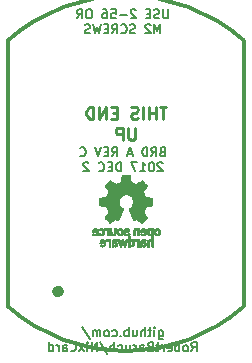
<source format=gbo>
G04 #@! TF.FileFunction,Legend,Bot*
%FSLAX46Y46*%
G04 Gerber Fmt 4.6, Leading zero omitted, Abs format (unit mm)*
G04 Created by KiCad (PCBNEW 4.0.4-stable) date 12/02/17 16:31:00*
%MOMM*%
%LPD*%
G01*
G04 APERTURE LIST*
%ADD10C,0.100000*%
%ADD11C,0.127000*%
%ADD12C,0.254000*%
%ADD13C,0.300000*%
%ADD14C,0.500000*%
%ADD15C,0.010000*%
G04 APERTURE END LIST*
D10*
D11*
X152182285Y-90895714D02*
X152182285Y-91512571D01*
X152146000Y-91585143D01*
X152109714Y-91621429D01*
X152037143Y-91657714D01*
X151892000Y-91657714D01*
X151819428Y-91621429D01*
X151783143Y-91585143D01*
X151746857Y-91512571D01*
X151746857Y-90895714D01*
X151420285Y-91621429D02*
X151311428Y-91657714D01*
X151129999Y-91657714D01*
X151057428Y-91621429D01*
X151021142Y-91585143D01*
X150984857Y-91512571D01*
X150984857Y-91440000D01*
X151021142Y-91367429D01*
X151057428Y-91331143D01*
X151129999Y-91294857D01*
X151275142Y-91258571D01*
X151347714Y-91222286D01*
X151383999Y-91186000D01*
X151420285Y-91113429D01*
X151420285Y-91040857D01*
X151383999Y-90968286D01*
X151347714Y-90932000D01*
X151275142Y-90895714D01*
X151093714Y-90895714D01*
X150984857Y-90932000D01*
X150658285Y-91258571D02*
X150404285Y-91258571D01*
X150295428Y-91657714D02*
X150658285Y-91657714D01*
X150658285Y-90895714D01*
X150295428Y-90895714D01*
X149424571Y-90968286D02*
X149388285Y-90932000D01*
X149315714Y-90895714D01*
X149134285Y-90895714D01*
X149061714Y-90932000D01*
X149025428Y-90968286D01*
X148989143Y-91040857D01*
X148989143Y-91113429D01*
X149025428Y-91222286D01*
X149460857Y-91657714D01*
X148989143Y-91657714D01*
X148662571Y-91367429D02*
X148082000Y-91367429D01*
X147356285Y-90895714D02*
X147719142Y-90895714D01*
X147755428Y-91258571D01*
X147719142Y-91222286D01*
X147646571Y-91186000D01*
X147465142Y-91186000D01*
X147392571Y-91222286D01*
X147356285Y-91258571D01*
X147320000Y-91331143D01*
X147320000Y-91512571D01*
X147356285Y-91585143D01*
X147392571Y-91621429D01*
X147465142Y-91657714D01*
X147646571Y-91657714D01*
X147719142Y-91621429D01*
X147755428Y-91585143D01*
X146666857Y-90895714D02*
X146812000Y-90895714D01*
X146884571Y-90932000D01*
X146920857Y-90968286D01*
X146993428Y-91077143D01*
X147029714Y-91222286D01*
X147029714Y-91512571D01*
X146993428Y-91585143D01*
X146957143Y-91621429D01*
X146884571Y-91657714D01*
X146739428Y-91657714D01*
X146666857Y-91621429D01*
X146630571Y-91585143D01*
X146594286Y-91512571D01*
X146594286Y-91331143D01*
X146630571Y-91258571D01*
X146666857Y-91222286D01*
X146739428Y-91186000D01*
X146884571Y-91186000D01*
X146957143Y-91222286D01*
X146993428Y-91258571D01*
X147029714Y-91331143D01*
X145542001Y-90895714D02*
X145396858Y-90895714D01*
X145324286Y-90932000D01*
X145251715Y-91004571D01*
X145215429Y-91149714D01*
X145215429Y-91403714D01*
X145251715Y-91548857D01*
X145324286Y-91621429D01*
X145396858Y-91657714D01*
X145542001Y-91657714D01*
X145614572Y-91621429D01*
X145687143Y-91548857D01*
X145723429Y-91403714D01*
X145723429Y-91149714D01*
X145687143Y-91004571D01*
X145614572Y-90932000D01*
X145542001Y-90895714D01*
X144453429Y-91657714D02*
X144707429Y-91294857D01*
X144888857Y-91657714D02*
X144888857Y-90895714D01*
X144598572Y-90895714D01*
X144526000Y-90932000D01*
X144489715Y-90968286D01*
X144453429Y-91040857D01*
X144453429Y-91149714D01*
X144489715Y-91222286D01*
X144526000Y-91258571D01*
X144598572Y-91294857D01*
X144888857Y-91294857D01*
X151510999Y-92927714D02*
X151510999Y-92165714D01*
X151256999Y-92710000D01*
X151002999Y-92165714D01*
X151002999Y-92927714D01*
X150676428Y-92238286D02*
X150640142Y-92202000D01*
X150567571Y-92165714D01*
X150386142Y-92165714D01*
X150313571Y-92202000D01*
X150277285Y-92238286D01*
X150241000Y-92310857D01*
X150241000Y-92383429D01*
X150277285Y-92492286D01*
X150712714Y-92927714D01*
X150241000Y-92927714D01*
X149370143Y-92891429D02*
X149261286Y-92927714D01*
X149079857Y-92927714D01*
X149007286Y-92891429D01*
X148971000Y-92855143D01*
X148934715Y-92782571D01*
X148934715Y-92710000D01*
X148971000Y-92637429D01*
X149007286Y-92601143D01*
X149079857Y-92564857D01*
X149225000Y-92528571D01*
X149297572Y-92492286D01*
X149333857Y-92456000D01*
X149370143Y-92383429D01*
X149370143Y-92310857D01*
X149333857Y-92238286D01*
X149297572Y-92202000D01*
X149225000Y-92165714D01*
X149043572Y-92165714D01*
X148934715Y-92202000D01*
X148172715Y-92855143D02*
X148209001Y-92891429D01*
X148317858Y-92927714D01*
X148390429Y-92927714D01*
X148499286Y-92891429D01*
X148571858Y-92818857D01*
X148608143Y-92746286D01*
X148644429Y-92601143D01*
X148644429Y-92492286D01*
X148608143Y-92347143D01*
X148571858Y-92274571D01*
X148499286Y-92202000D01*
X148390429Y-92165714D01*
X148317858Y-92165714D01*
X148209001Y-92202000D01*
X148172715Y-92238286D01*
X147410715Y-92927714D02*
X147664715Y-92564857D01*
X147846143Y-92927714D02*
X147846143Y-92165714D01*
X147555858Y-92165714D01*
X147483286Y-92202000D01*
X147447001Y-92238286D01*
X147410715Y-92310857D01*
X147410715Y-92419714D01*
X147447001Y-92492286D01*
X147483286Y-92528571D01*
X147555858Y-92564857D01*
X147846143Y-92564857D01*
X147084143Y-92528571D02*
X146830143Y-92528571D01*
X146721286Y-92927714D02*
X147084143Y-92927714D01*
X147084143Y-92165714D01*
X146721286Y-92165714D01*
X146467286Y-92165714D02*
X146285857Y-92927714D01*
X146140714Y-92383429D01*
X145995572Y-92927714D01*
X145814143Y-92165714D01*
X145560143Y-92891429D02*
X145451286Y-92927714D01*
X145269857Y-92927714D01*
X145197286Y-92891429D01*
X145161000Y-92855143D01*
X145124715Y-92782571D01*
X145124715Y-92710000D01*
X145161000Y-92637429D01*
X145197286Y-92601143D01*
X145269857Y-92564857D01*
X145415000Y-92528571D01*
X145487572Y-92492286D01*
X145523857Y-92456000D01*
X145560143Y-92383429D01*
X145560143Y-92310857D01*
X145523857Y-92238286D01*
X145487572Y-92202000D01*
X145415000Y-92165714D01*
X145233572Y-92165714D01*
X145124715Y-92202000D01*
D12*
X152025047Y-99138619D02*
X151444476Y-99138619D01*
X151734761Y-100154619D02*
X151734761Y-99138619D01*
X151105809Y-100154619D02*
X151105809Y-99138619D01*
X151105809Y-99622429D02*
X150525238Y-99622429D01*
X150525238Y-100154619D02*
X150525238Y-99138619D01*
X150041428Y-100154619D02*
X150041428Y-99138619D01*
X149605999Y-100106238D02*
X149460856Y-100154619D01*
X149218952Y-100154619D01*
X149122190Y-100106238D01*
X149073809Y-100057857D01*
X149025428Y-99961095D01*
X149025428Y-99864333D01*
X149073809Y-99767571D01*
X149122190Y-99719190D01*
X149218952Y-99670810D01*
X149412475Y-99622429D01*
X149509237Y-99574048D01*
X149557618Y-99525667D01*
X149605999Y-99428905D01*
X149605999Y-99332143D01*
X149557618Y-99235381D01*
X149509237Y-99187000D01*
X149412475Y-99138619D01*
X149170571Y-99138619D01*
X149025428Y-99187000D01*
X147815904Y-99622429D02*
X147477238Y-99622429D01*
X147332095Y-100154619D02*
X147815904Y-100154619D01*
X147815904Y-99138619D01*
X147332095Y-99138619D01*
X146896666Y-100154619D02*
X146896666Y-99138619D01*
X146316095Y-100154619D01*
X146316095Y-99138619D01*
X145832285Y-100154619D02*
X145832285Y-99138619D01*
X145590380Y-99138619D01*
X145445238Y-99187000D01*
X145348476Y-99283762D01*
X145300095Y-99380524D01*
X145251714Y-99574048D01*
X145251714Y-99719190D01*
X145300095Y-99912714D01*
X145348476Y-100009476D01*
X145445238Y-100106238D01*
X145590380Y-100154619D01*
X145832285Y-100154619D01*
X149388285Y-100916619D02*
X149388285Y-101739095D01*
X149339904Y-101835857D01*
X149291523Y-101884238D01*
X149194761Y-101932619D01*
X149001238Y-101932619D01*
X148904476Y-101884238D01*
X148856095Y-101835857D01*
X148807714Y-101739095D01*
X148807714Y-100916619D01*
X148323904Y-101932619D02*
X148323904Y-100916619D01*
X147936857Y-100916619D01*
X147840095Y-100965000D01*
X147791714Y-101013381D01*
X147743333Y-101110143D01*
X147743333Y-101255286D01*
X147791714Y-101352048D01*
X147840095Y-101400429D01*
X147936857Y-101448810D01*
X148323904Y-101448810D01*
D11*
X151365858Y-118073714D02*
X151365858Y-118690571D01*
X151402144Y-118763143D01*
X151438429Y-118799429D01*
X151511001Y-118835714D01*
X151619858Y-118835714D01*
X151692429Y-118799429D01*
X151365858Y-118545429D02*
X151438429Y-118581714D01*
X151583572Y-118581714D01*
X151656144Y-118545429D01*
X151692429Y-118509143D01*
X151728715Y-118436571D01*
X151728715Y-118218857D01*
X151692429Y-118146286D01*
X151656144Y-118110000D01*
X151583572Y-118073714D01*
X151438429Y-118073714D01*
X151365858Y-118110000D01*
X151003000Y-118581714D02*
X151003000Y-118073714D01*
X151003000Y-117819714D02*
X151039286Y-117856000D01*
X151003000Y-117892286D01*
X150966715Y-117856000D01*
X151003000Y-117819714D01*
X151003000Y-117892286D01*
X150749001Y-118073714D02*
X150458715Y-118073714D01*
X150640143Y-117819714D02*
X150640143Y-118472857D01*
X150603858Y-118545429D01*
X150531286Y-118581714D01*
X150458715Y-118581714D01*
X150204714Y-118581714D02*
X150204714Y-117819714D01*
X149878143Y-118581714D02*
X149878143Y-118182571D01*
X149914429Y-118110000D01*
X149987000Y-118073714D01*
X150095857Y-118073714D01*
X150168429Y-118110000D01*
X150204714Y-118146286D01*
X149188714Y-118073714D02*
X149188714Y-118581714D01*
X149515285Y-118073714D02*
X149515285Y-118472857D01*
X149479000Y-118545429D01*
X149406428Y-118581714D01*
X149297571Y-118581714D01*
X149225000Y-118545429D01*
X149188714Y-118509143D01*
X148825856Y-118581714D02*
X148825856Y-117819714D01*
X148825856Y-118110000D02*
X148753285Y-118073714D01*
X148608142Y-118073714D01*
X148535571Y-118110000D01*
X148499285Y-118146286D01*
X148462999Y-118218857D01*
X148462999Y-118436571D01*
X148499285Y-118509143D01*
X148535571Y-118545429D01*
X148608142Y-118581714D01*
X148753285Y-118581714D01*
X148825856Y-118545429D01*
X148136427Y-118509143D02*
X148100142Y-118545429D01*
X148136427Y-118581714D01*
X148172713Y-118545429D01*
X148136427Y-118509143D01*
X148136427Y-118581714D01*
X147446999Y-118545429D02*
X147519570Y-118581714D01*
X147664713Y-118581714D01*
X147737285Y-118545429D01*
X147773570Y-118509143D01*
X147809856Y-118436571D01*
X147809856Y-118218857D01*
X147773570Y-118146286D01*
X147737285Y-118110000D01*
X147664713Y-118073714D01*
X147519570Y-118073714D01*
X147446999Y-118110000D01*
X147011570Y-118581714D02*
X147084142Y-118545429D01*
X147120427Y-118509143D01*
X147156713Y-118436571D01*
X147156713Y-118218857D01*
X147120427Y-118146286D01*
X147084142Y-118110000D01*
X147011570Y-118073714D01*
X146902713Y-118073714D01*
X146830142Y-118110000D01*
X146793856Y-118146286D01*
X146757570Y-118218857D01*
X146757570Y-118436571D01*
X146793856Y-118509143D01*
X146830142Y-118545429D01*
X146902713Y-118581714D01*
X147011570Y-118581714D01*
X146430998Y-118581714D02*
X146430998Y-118073714D01*
X146430998Y-118146286D02*
X146394713Y-118110000D01*
X146322141Y-118073714D01*
X146213284Y-118073714D01*
X146140713Y-118110000D01*
X146104427Y-118182571D01*
X146104427Y-118581714D01*
X146104427Y-118182571D02*
X146068141Y-118110000D01*
X145995570Y-118073714D01*
X145886713Y-118073714D01*
X145814141Y-118110000D01*
X145777856Y-118182571D01*
X145777856Y-118581714D01*
X144870713Y-117783429D02*
X145523856Y-118763143D01*
X154141716Y-119851714D02*
X154395716Y-119488857D01*
X154577144Y-119851714D02*
X154577144Y-119089714D01*
X154286859Y-119089714D01*
X154214287Y-119126000D01*
X154178002Y-119162286D01*
X154141716Y-119234857D01*
X154141716Y-119343714D01*
X154178002Y-119416286D01*
X154214287Y-119452571D01*
X154286859Y-119488857D01*
X154577144Y-119488857D01*
X153706287Y-119851714D02*
X153778859Y-119815429D01*
X153815144Y-119779143D01*
X153851430Y-119706571D01*
X153851430Y-119488857D01*
X153815144Y-119416286D01*
X153778859Y-119380000D01*
X153706287Y-119343714D01*
X153597430Y-119343714D01*
X153524859Y-119380000D01*
X153488573Y-119416286D01*
X153452287Y-119488857D01*
X153452287Y-119706571D01*
X153488573Y-119779143D01*
X153524859Y-119815429D01*
X153597430Y-119851714D01*
X153706287Y-119851714D01*
X153125715Y-119851714D02*
X153125715Y-119089714D01*
X153125715Y-119380000D02*
X153053144Y-119343714D01*
X152908001Y-119343714D01*
X152835430Y-119380000D01*
X152799144Y-119416286D01*
X152762858Y-119488857D01*
X152762858Y-119706571D01*
X152799144Y-119779143D01*
X152835430Y-119815429D01*
X152908001Y-119851714D01*
X153053144Y-119851714D01*
X153125715Y-119815429D01*
X152146001Y-119815429D02*
X152218572Y-119851714D01*
X152363715Y-119851714D01*
X152436286Y-119815429D01*
X152472572Y-119742857D01*
X152472572Y-119452571D01*
X152436286Y-119380000D01*
X152363715Y-119343714D01*
X152218572Y-119343714D01*
X152146001Y-119380000D01*
X152109715Y-119452571D01*
X152109715Y-119525143D01*
X152472572Y-119597714D01*
X151783143Y-119851714D02*
X151783143Y-119343714D01*
X151783143Y-119488857D02*
X151746858Y-119416286D01*
X151710572Y-119380000D01*
X151638001Y-119343714D01*
X151565429Y-119343714D01*
X151420287Y-119343714D02*
X151130001Y-119343714D01*
X151311429Y-119089714D02*
X151311429Y-119742857D01*
X151275144Y-119815429D01*
X151202572Y-119851714D01*
X151130001Y-119851714D01*
X150622000Y-119452571D02*
X150513143Y-119488857D01*
X150476858Y-119525143D01*
X150440572Y-119597714D01*
X150440572Y-119706571D01*
X150476858Y-119779143D01*
X150513143Y-119815429D01*
X150585715Y-119851714D01*
X150876000Y-119851714D01*
X150876000Y-119089714D01*
X150622000Y-119089714D01*
X150549429Y-119126000D01*
X150513143Y-119162286D01*
X150476858Y-119234857D01*
X150476858Y-119307429D01*
X150513143Y-119380000D01*
X150549429Y-119416286D01*
X150622000Y-119452571D01*
X150876000Y-119452571D01*
X149787429Y-119851714D02*
X149787429Y-119452571D01*
X149823715Y-119380000D01*
X149896286Y-119343714D01*
X150041429Y-119343714D01*
X150114000Y-119380000D01*
X149787429Y-119815429D02*
X149860000Y-119851714D01*
X150041429Y-119851714D01*
X150114000Y-119815429D01*
X150150286Y-119742857D01*
X150150286Y-119670286D01*
X150114000Y-119597714D01*
X150041429Y-119561429D01*
X149860000Y-119561429D01*
X149787429Y-119525143D01*
X149424571Y-119851714D02*
X149424571Y-119343714D01*
X149424571Y-119488857D02*
X149388286Y-119416286D01*
X149352000Y-119380000D01*
X149279429Y-119343714D01*
X149206857Y-119343714D01*
X148626286Y-119343714D02*
X148626286Y-119851714D01*
X148952857Y-119343714D02*
X148952857Y-119742857D01*
X148916572Y-119815429D01*
X148844000Y-119851714D01*
X148735143Y-119851714D01*
X148662572Y-119815429D01*
X148626286Y-119779143D01*
X147936857Y-119815429D02*
X148009428Y-119851714D01*
X148154571Y-119851714D01*
X148227143Y-119815429D01*
X148263428Y-119779143D01*
X148299714Y-119706571D01*
X148299714Y-119488857D01*
X148263428Y-119416286D01*
X148227143Y-119380000D01*
X148154571Y-119343714D01*
X148009428Y-119343714D01*
X147936857Y-119380000D01*
X147610285Y-119851714D02*
X147610285Y-119089714D01*
X147283714Y-119851714D02*
X147283714Y-119452571D01*
X147320000Y-119380000D01*
X147392571Y-119343714D01*
X147501428Y-119343714D01*
X147574000Y-119380000D01*
X147610285Y-119416286D01*
X146376571Y-119053429D02*
X147029714Y-120033143D01*
X146122570Y-119851714D02*
X146122570Y-119089714D01*
X145687142Y-119851714D01*
X145687142Y-119089714D01*
X145324284Y-119851714D02*
X145324284Y-119343714D01*
X145324284Y-119089714D02*
X145360570Y-119126000D01*
X145324284Y-119162286D01*
X145287999Y-119126000D01*
X145324284Y-119089714D01*
X145324284Y-119162286D01*
X145033999Y-119851714D02*
X144634856Y-119343714D01*
X145033999Y-119343714D02*
X144634856Y-119851714D01*
X143909142Y-119779143D02*
X143945428Y-119815429D01*
X144054285Y-119851714D01*
X144126856Y-119851714D01*
X144235713Y-119815429D01*
X144308285Y-119742857D01*
X144344570Y-119670286D01*
X144380856Y-119525143D01*
X144380856Y-119416286D01*
X144344570Y-119271143D01*
X144308285Y-119198571D01*
X144235713Y-119126000D01*
X144126856Y-119089714D01*
X144054285Y-119089714D01*
X143945428Y-119126000D01*
X143909142Y-119162286D01*
X143255999Y-119851714D02*
X143255999Y-119452571D01*
X143292285Y-119380000D01*
X143364856Y-119343714D01*
X143509999Y-119343714D01*
X143582570Y-119380000D01*
X143255999Y-119815429D02*
X143328570Y-119851714D01*
X143509999Y-119851714D01*
X143582570Y-119815429D01*
X143618856Y-119742857D01*
X143618856Y-119670286D01*
X143582570Y-119597714D01*
X143509999Y-119561429D01*
X143328570Y-119561429D01*
X143255999Y-119525143D01*
X142893141Y-119851714D02*
X142893141Y-119343714D01*
X142893141Y-119488857D02*
X142856856Y-119416286D01*
X142820570Y-119380000D01*
X142747999Y-119343714D01*
X142675427Y-119343714D01*
X142094856Y-119851714D02*
X142094856Y-119089714D01*
X142094856Y-119815429D02*
X142167427Y-119851714D01*
X142312570Y-119851714D01*
X142385142Y-119815429D01*
X142421427Y-119779143D01*
X142457713Y-119706571D01*
X142457713Y-119488857D01*
X142421427Y-119416286D01*
X142385142Y-119380000D01*
X142312570Y-119343714D01*
X142167427Y-119343714D01*
X142094856Y-119380000D01*
X151674285Y-102942571D02*
X151565428Y-102978857D01*
X151529143Y-103015143D01*
X151492857Y-103087714D01*
X151492857Y-103196571D01*
X151529143Y-103269143D01*
X151565428Y-103305429D01*
X151638000Y-103341714D01*
X151928285Y-103341714D01*
X151928285Y-102579714D01*
X151674285Y-102579714D01*
X151601714Y-102616000D01*
X151565428Y-102652286D01*
X151529143Y-102724857D01*
X151529143Y-102797429D01*
X151565428Y-102870000D01*
X151601714Y-102906286D01*
X151674285Y-102942571D01*
X151928285Y-102942571D01*
X150730857Y-103341714D02*
X150984857Y-102978857D01*
X151166285Y-103341714D02*
X151166285Y-102579714D01*
X150876000Y-102579714D01*
X150803428Y-102616000D01*
X150767143Y-102652286D01*
X150730857Y-102724857D01*
X150730857Y-102833714D01*
X150767143Y-102906286D01*
X150803428Y-102942571D01*
X150876000Y-102978857D01*
X151166285Y-102978857D01*
X150404285Y-103341714D02*
X150404285Y-102579714D01*
X150222857Y-102579714D01*
X150114000Y-102616000D01*
X150041428Y-102688571D01*
X150005143Y-102761143D01*
X149968857Y-102906286D01*
X149968857Y-103015143D01*
X150005143Y-103160286D01*
X150041428Y-103232857D01*
X150114000Y-103305429D01*
X150222857Y-103341714D01*
X150404285Y-103341714D01*
X149098000Y-103124000D02*
X148735143Y-103124000D01*
X149170572Y-103341714D02*
X148916572Y-102579714D01*
X148662572Y-103341714D01*
X147392572Y-103341714D02*
X147646572Y-102978857D01*
X147828000Y-103341714D02*
X147828000Y-102579714D01*
X147537715Y-102579714D01*
X147465143Y-102616000D01*
X147428858Y-102652286D01*
X147392572Y-102724857D01*
X147392572Y-102833714D01*
X147428858Y-102906286D01*
X147465143Y-102942571D01*
X147537715Y-102978857D01*
X147828000Y-102978857D01*
X147066000Y-102942571D02*
X146812000Y-102942571D01*
X146703143Y-103341714D02*
X147066000Y-103341714D01*
X147066000Y-102579714D01*
X146703143Y-102579714D01*
X146485429Y-102579714D02*
X146231429Y-103341714D01*
X145977429Y-102579714D01*
X144707429Y-103269143D02*
X144743715Y-103305429D01*
X144852572Y-103341714D01*
X144925143Y-103341714D01*
X145034000Y-103305429D01*
X145106572Y-103232857D01*
X145142857Y-103160286D01*
X145179143Y-103015143D01*
X145179143Y-102906286D01*
X145142857Y-102761143D01*
X145106572Y-102688571D01*
X145034000Y-102616000D01*
X144925143Y-102579714D01*
X144852572Y-102579714D01*
X144743715Y-102616000D01*
X144707429Y-102652286D01*
X151692427Y-103922286D02*
X151656141Y-103886000D01*
X151583570Y-103849714D01*
X151402141Y-103849714D01*
X151329570Y-103886000D01*
X151293284Y-103922286D01*
X151256999Y-103994857D01*
X151256999Y-104067429D01*
X151293284Y-104176286D01*
X151728713Y-104611714D01*
X151256999Y-104611714D01*
X150785285Y-103849714D02*
X150712713Y-103849714D01*
X150640142Y-103886000D01*
X150603856Y-103922286D01*
X150567570Y-103994857D01*
X150531285Y-104140000D01*
X150531285Y-104321429D01*
X150567570Y-104466571D01*
X150603856Y-104539143D01*
X150640142Y-104575429D01*
X150712713Y-104611714D01*
X150785285Y-104611714D01*
X150857856Y-104575429D01*
X150894142Y-104539143D01*
X150930427Y-104466571D01*
X150966713Y-104321429D01*
X150966713Y-104140000D01*
X150930427Y-103994857D01*
X150894142Y-103922286D01*
X150857856Y-103886000D01*
X150785285Y-103849714D01*
X149805571Y-104611714D02*
X150240999Y-104611714D01*
X150023285Y-104611714D02*
X150023285Y-103849714D01*
X150095856Y-103958571D01*
X150168428Y-104031143D01*
X150240999Y-104067429D01*
X149551571Y-103849714D02*
X149043571Y-103849714D01*
X149370142Y-104611714D01*
X148172714Y-104611714D02*
X148172714Y-103849714D01*
X147991286Y-103849714D01*
X147882429Y-103886000D01*
X147809857Y-103958571D01*
X147773572Y-104031143D01*
X147737286Y-104176286D01*
X147737286Y-104285143D01*
X147773572Y-104430286D01*
X147809857Y-104502857D01*
X147882429Y-104575429D01*
X147991286Y-104611714D01*
X148172714Y-104611714D01*
X147410714Y-104212571D02*
X147156714Y-104212571D01*
X147047857Y-104611714D02*
X147410714Y-104611714D01*
X147410714Y-103849714D01*
X147047857Y-103849714D01*
X146285857Y-104539143D02*
X146322143Y-104575429D01*
X146431000Y-104611714D01*
X146503571Y-104611714D01*
X146612428Y-104575429D01*
X146685000Y-104502857D01*
X146721285Y-104430286D01*
X146757571Y-104285143D01*
X146757571Y-104176286D01*
X146721285Y-104031143D01*
X146685000Y-103958571D01*
X146612428Y-103886000D01*
X146503571Y-103849714D01*
X146431000Y-103849714D01*
X146322143Y-103886000D01*
X146285857Y-103922286D01*
X145415000Y-103922286D02*
X145378714Y-103886000D01*
X145306143Y-103849714D01*
X145124714Y-103849714D01*
X145052143Y-103886000D01*
X145015857Y-103922286D01*
X144979572Y-103994857D01*
X144979572Y-104067429D01*
X145015857Y-104176286D01*
X145451286Y-104611714D01*
X144979572Y-104611714D01*
D13*
X158576822Y-116036700D02*
G75*
G02X138590000Y-116025000I-9986822J11261700D01*
G01*
X138603178Y-93513300D02*
G75*
G02X158590000Y-93525000I9986822J-11261700D01*
G01*
X158590000Y-116025000D02*
X158590000Y-93525000D01*
X138590000Y-116025000D02*
X138590000Y-93525000D01*
D14*
X143090000Y-114775000D02*
G75*
G03X143090000Y-114775000I-250000J0D01*
G01*
D15*
G36*
X150498759Y-109419184D02*
X150472247Y-109432282D01*
X150439553Y-109455106D01*
X150415725Y-109479996D01*
X150399406Y-109511249D01*
X150389240Y-109553166D01*
X150383872Y-109610044D01*
X150381944Y-109686184D01*
X150381831Y-109718917D01*
X150382161Y-109790656D01*
X150383527Y-109841927D01*
X150386500Y-109877404D01*
X150391649Y-109901763D01*
X150399543Y-109919680D01*
X150407757Y-109931902D01*
X150460187Y-109983905D01*
X150521930Y-110015184D01*
X150588536Y-110024592D01*
X150655558Y-110010980D01*
X150676792Y-110001354D01*
X150727624Y-109974859D01*
X150727624Y-110390052D01*
X150690525Y-110370868D01*
X150641643Y-110356025D01*
X150581561Y-110352222D01*
X150521564Y-110359243D01*
X150476256Y-110375013D01*
X150438675Y-110405047D01*
X150406564Y-110448024D01*
X150404150Y-110452436D01*
X150393967Y-110473221D01*
X150386530Y-110494170D01*
X150381411Y-110519548D01*
X150378181Y-110553618D01*
X150376413Y-110600641D01*
X150375677Y-110664882D01*
X150375544Y-110737176D01*
X150375544Y-110967822D01*
X150513861Y-110967822D01*
X150513861Y-110542533D01*
X150552549Y-110509979D01*
X150592738Y-110483940D01*
X150630797Y-110479205D01*
X150669066Y-110491389D01*
X150689462Y-110503320D01*
X150704642Y-110520313D01*
X150715438Y-110545995D01*
X150722683Y-110583991D01*
X150727208Y-110637926D01*
X150729844Y-110711425D01*
X150730772Y-110760347D01*
X150733911Y-110961535D01*
X150799926Y-110965336D01*
X150865940Y-110969136D01*
X150865940Y-109720650D01*
X150727624Y-109720650D01*
X150724097Y-109790254D01*
X150712215Y-109838569D01*
X150690020Y-109868631D01*
X150655559Y-109883471D01*
X150620742Y-109886436D01*
X150581329Y-109883028D01*
X150555171Y-109869617D01*
X150538814Y-109851896D01*
X150525937Y-109832835D01*
X150518272Y-109811601D01*
X150514861Y-109781849D01*
X150514749Y-109737236D01*
X150515897Y-109699880D01*
X150518532Y-109643604D01*
X150522456Y-109606658D01*
X150529063Y-109583223D01*
X150539749Y-109567480D01*
X150549833Y-109558380D01*
X150591970Y-109538537D01*
X150641840Y-109535332D01*
X150670476Y-109542168D01*
X150698828Y-109566464D01*
X150717609Y-109613728D01*
X150726712Y-109683624D01*
X150727624Y-109720650D01*
X150865940Y-109720650D01*
X150865940Y-109408614D01*
X150796782Y-109408614D01*
X150755260Y-109410256D01*
X150733838Y-109416087D01*
X150727626Y-109427461D01*
X150727624Y-109427798D01*
X150724742Y-109438938D01*
X150712030Y-109437673D01*
X150686757Y-109425433D01*
X150627869Y-109406707D01*
X150561615Y-109404739D01*
X150498759Y-109419184D01*
X150498759Y-109419184D01*
G37*
X150498759Y-109419184D02*
X150472247Y-109432282D01*
X150439553Y-109455106D01*
X150415725Y-109479996D01*
X150399406Y-109511249D01*
X150389240Y-109553166D01*
X150383872Y-109610044D01*
X150381944Y-109686184D01*
X150381831Y-109718917D01*
X150382161Y-109790656D01*
X150383527Y-109841927D01*
X150386500Y-109877404D01*
X150391649Y-109901763D01*
X150399543Y-109919680D01*
X150407757Y-109931902D01*
X150460187Y-109983905D01*
X150521930Y-110015184D01*
X150588536Y-110024592D01*
X150655558Y-110010980D01*
X150676792Y-110001354D01*
X150727624Y-109974859D01*
X150727624Y-110390052D01*
X150690525Y-110370868D01*
X150641643Y-110356025D01*
X150581561Y-110352222D01*
X150521564Y-110359243D01*
X150476256Y-110375013D01*
X150438675Y-110405047D01*
X150406564Y-110448024D01*
X150404150Y-110452436D01*
X150393967Y-110473221D01*
X150386530Y-110494170D01*
X150381411Y-110519548D01*
X150378181Y-110553618D01*
X150376413Y-110600641D01*
X150375677Y-110664882D01*
X150375544Y-110737176D01*
X150375544Y-110967822D01*
X150513861Y-110967822D01*
X150513861Y-110542533D01*
X150552549Y-110509979D01*
X150592738Y-110483940D01*
X150630797Y-110479205D01*
X150669066Y-110491389D01*
X150689462Y-110503320D01*
X150704642Y-110520313D01*
X150715438Y-110545995D01*
X150722683Y-110583991D01*
X150727208Y-110637926D01*
X150729844Y-110711425D01*
X150730772Y-110760347D01*
X150733911Y-110961535D01*
X150799926Y-110965336D01*
X150865940Y-110969136D01*
X150865940Y-109720650D01*
X150727624Y-109720650D01*
X150724097Y-109790254D01*
X150712215Y-109838569D01*
X150690020Y-109868631D01*
X150655559Y-109883471D01*
X150620742Y-109886436D01*
X150581329Y-109883028D01*
X150555171Y-109869617D01*
X150538814Y-109851896D01*
X150525937Y-109832835D01*
X150518272Y-109811601D01*
X150514861Y-109781849D01*
X150514749Y-109737236D01*
X150515897Y-109699880D01*
X150518532Y-109643604D01*
X150522456Y-109606658D01*
X150529063Y-109583223D01*
X150539749Y-109567480D01*
X150549833Y-109558380D01*
X150591970Y-109538537D01*
X150641840Y-109535332D01*
X150670476Y-109542168D01*
X150698828Y-109566464D01*
X150717609Y-109613728D01*
X150726712Y-109683624D01*
X150727624Y-109720650D01*
X150865940Y-109720650D01*
X150865940Y-109408614D01*
X150796782Y-109408614D01*
X150755260Y-109410256D01*
X150733838Y-109416087D01*
X150727626Y-109427461D01*
X150727624Y-109427798D01*
X150724742Y-109438938D01*
X150712030Y-109437673D01*
X150686757Y-109425433D01*
X150627869Y-109406707D01*
X150561615Y-109404739D01*
X150498759Y-109419184D01*
G36*
X149974210Y-110356555D02*
X149915055Y-110372339D01*
X149870023Y-110400948D01*
X149838246Y-110438419D01*
X149828366Y-110454411D01*
X149821073Y-110471163D01*
X149815974Y-110492592D01*
X149812679Y-110522616D01*
X149810797Y-110565154D01*
X149809937Y-110624122D01*
X149809707Y-110703440D01*
X149809703Y-110724484D01*
X149809703Y-110967822D01*
X149870059Y-110967822D01*
X149908557Y-110965126D01*
X149937023Y-110958295D01*
X149944155Y-110954083D01*
X149963652Y-110946813D01*
X149983566Y-110954083D01*
X150016353Y-110963160D01*
X150063978Y-110966813D01*
X150116764Y-110965228D01*
X150165036Y-110958589D01*
X150193218Y-110950072D01*
X150247753Y-110915063D01*
X150281835Y-110866479D01*
X150297157Y-110801882D01*
X150297299Y-110800223D01*
X150295955Y-110771566D01*
X150174356Y-110771566D01*
X150163726Y-110804161D01*
X150146410Y-110822505D01*
X150111652Y-110836379D01*
X150065773Y-110841917D01*
X150018988Y-110839191D01*
X149981514Y-110828274D01*
X149971015Y-110821269D01*
X149952668Y-110788904D01*
X149948020Y-110752111D01*
X149948020Y-110703763D01*
X150017582Y-110703763D01*
X150083667Y-110708850D01*
X150133764Y-110723263D01*
X150164929Y-110745729D01*
X150174356Y-110771566D01*
X150295955Y-110771566D01*
X150293987Y-110729647D01*
X150270710Y-110673845D01*
X150226948Y-110631647D01*
X150220899Y-110627808D01*
X150194907Y-110615309D01*
X150162735Y-110607740D01*
X150117760Y-110604061D01*
X150064331Y-110603216D01*
X149948020Y-110603169D01*
X149948020Y-110554411D01*
X149952953Y-110516581D01*
X149965543Y-110491236D01*
X149967017Y-110489887D01*
X149995034Y-110478800D01*
X150037326Y-110474503D01*
X150084064Y-110476615D01*
X150125418Y-110484756D01*
X150149957Y-110496965D01*
X150163253Y-110506746D01*
X150177294Y-110508613D01*
X150196671Y-110500600D01*
X150225976Y-110480739D01*
X150269803Y-110447063D01*
X150273825Y-110443909D01*
X150271764Y-110432236D01*
X150254568Y-110412822D01*
X150228433Y-110391248D01*
X150199552Y-110373096D01*
X150190478Y-110368809D01*
X150157380Y-110360256D01*
X150108880Y-110354155D01*
X150054695Y-110351708D01*
X150052161Y-110351703D01*
X149974210Y-110356555D01*
X149974210Y-110356555D01*
G37*
X149974210Y-110356555D02*
X149915055Y-110372339D01*
X149870023Y-110400948D01*
X149838246Y-110438419D01*
X149828366Y-110454411D01*
X149821073Y-110471163D01*
X149815974Y-110492592D01*
X149812679Y-110522616D01*
X149810797Y-110565154D01*
X149809937Y-110624122D01*
X149809707Y-110703440D01*
X149809703Y-110724484D01*
X149809703Y-110967822D01*
X149870059Y-110967822D01*
X149908557Y-110965126D01*
X149937023Y-110958295D01*
X149944155Y-110954083D01*
X149963652Y-110946813D01*
X149983566Y-110954083D01*
X150016353Y-110963160D01*
X150063978Y-110966813D01*
X150116764Y-110965228D01*
X150165036Y-110958589D01*
X150193218Y-110950072D01*
X150247753Y-110915063D01*
X150281835Y-110866479D01*
X150297157Y-110801882D01*
X150297299Y-110800223D01*
X150295955Y-110771566D01*
X150174356Y-110771566D01*
X150163726Y-110804161D01*
X150146410Y-110822505D01*
X150111652Y-110836379D01*
X150065773Y-110841917D01*
X150018988Y-110839191D01*
X149981514Y-110828274D01*
X149971015Y-110821269D01*
X149952668Y-110788904D01*
X149948020Y-110752111D01*
X149948020Y-110703763D01*
X150017582Y-110703763D01*
X150083667Y-110708850D01*
X150133764Y-110723263D01*
X150164929Y-110745729D01*
X150174356Y-110771566D01*
X150295955Y-110771566D01*
X150293987Y-110729647D01*
X150270710Y-110673845D01*
X150226948Y-110631647D01*
X150220899Y-110627808D01*
X150194907Y-110615309D01*
X150162735Y-110607740D01*
X150117760Y-110604061D01*
X150064331Y-110603216D01*
X149948020Y-110603169D01*
X149948020Y-110554411D01*
X149952953Y-110516581D01*
X149965543Y-110491236D01*
X149967017Y-110489887D01*
X149995034Y-110478800D01*
X150037326Y-110474503D01*
X150084064Y-110476615D01*
X150125418Y-110484756D01*
X150149957Y-110496965D01*
X150163253Y-110506746D01*
X150177294Y-110508613D01*
X150196671Y-110500600D01*
X150225976Y-110480739D01*
X150269803Y-110447063D01*
X150273825Y-110443909D01*
X150271764Y-110432236D01*
X150254568Y-110412822D01*
X150228433Y-110391248D01*
X150199552Y-110373096D01*
X150190478Y-110368809D01*
X150157380Y-110360256D01*
X150108880Y-110354155D01*
X150054695Y-110351708D01*
X150052161Y-110351703D01*
X149974210Y-110356555D01*
G36*
X149583356Y-110353020D02*
X149564539Y-110358660D01*
X149558473Y-110371053D01*
X149558218Y-110376647D01*
X149557129Y-110392230D01*
X149549632Y-110394676D01*
X149529381Y-110383993D01*
X149517351Y-110376694D01*
X149479400Y-110361063D01*
X149434072Y-110353334D01*
X149386544Y-110352740D01*
X149341995Y-110358513D01*
X149305602Y-110369884D01*
X149282543Y-110386088D01*
X149277996Y-110406355D01*
X149280291Y-110411843D01*
X149297020Y-110434626D01*
X149322963Y-110462647D01*
X149327655Y-110467177D01*
X149352383Y-110488005D01*
X149373718Y-110494735D01*
X149403555Y-110490038D01*
X149415508Y-110486917D01*
X149452705Y-110479421D01*
X149478859Y-110482792D01*
X149500946Y-110494681D01*
X149521178Y-110510635D01*
X149536079Y-110530700D01*
X149546434Y-110558702D01*
X149553029Y-110598467D01*
X149556649Y-110653823D01*
X149558078Y-110728594D01*
X149558218Y-110773740D01*
X149558218Y-110967822D01*
X149683960Y-110967822D01*
X149683960Y-110351683D01*
X149621089Y-110351683D01*
X149583356Y-110353020D01*
X149583356Y-110353020D01*
G37*
X149583356Y-110353020D02*
X149564539Y-110358660D01*
X149558473Y-110371053D01*
X149558218Y-110376647D01*
X149557129Y-110392230D01*
X149549632Y-110394676D01*
X149529381Y-110383993D01*
X149517351Y-110376694D01*
X149479400Y-110361063D01*
X149434072Y-110353334D01*
X149386544Y-110352740D01*
X149341995Y-110358513D01*
X149305602Y-110369884D01*
X149282543Y-110386088D01*
X149277996Y-110406355D01*
X149280291Y-110411843D01*
X149297020Y-110434626D01*
X149322963Y-110462647D01*
X149327655Y-110467177D01*
X149352383Y-110488005D01*
X149373718Y-110494735D01*
X149403555Y-110490038D01*
X149415508Y-110486917D01*
X149452705Y-110479421D01*
X149478859Y-110482792D01*
X149500946Y-110494681D01*
X149521178Y-110510635D01*
X149536079Y-110530700D01*
X149546434Y-110558702D01*
X149553029Y-110598467D01*
X149556649Y-110653823D01*
X149558078Y-110728594D01*
X149558218Y-110773740D01*
X149558218Y-110967822D01*
X149683960Y-110967822D01*
X149683960Y-110351683D01*
X149621089Y-110351683D01*
X149583356Y-110353020D01*
G36*
X148791188Y-110967822D02*
X148860346Y-110967822D01*
X148900488Y-110966645D01*
X148921394Y-110961772D01*
X148928922Y-110951186D01*
X148929505Y-110944029D01*
X148930774Y-110929676D01*
X148938779Y-110926923D01*
X148959815Y-110935771D01*
X148976173Y-110944029D01*
X149038977Y-110963597D01*
X149107248Y-110964729D01*
X149162752Y-110950135D01*
X149214438Y-110914877D01*
X149253838Y-110862835D01*
X149275413Y-110801450D01*
X149275962Y-110798018D01*
X149279167Y-110760571D01*
X149280761Y-110706813D01*
X149280633Y-110666155D01*
X149143279Y-110666155D01*
X149140097Y-110720194D01*
X149132859Y-110764735D01*
X149123060Y-110789888D01*
X149085989Y-110824260D01*
X149041974Y-110836582D01*
X148996584Y-110826618D01*
X148957797Y-110796895D01*
X148943108Y-110776905D01*
X148934519Y-110753050D01*
X148930496Y-110718230D01*
X148929505Y-110665930D01*
X148931278Y-110614139D01*
X148935963Y-110568634D01*
X148942603Y-110538181D01*
X148943710Y-110535452D01*
X148970491Y-110503000D01*
X149009579Y-110485183D01*
X149053315Y-110482306D01*
X149094038Y-110494674D01*
X149124087Y-110522593D01*
X149127204Y-110528148D01*
X149136961Y-110562022D01*
X149142277Y-110610728D01*
X149143279Y-110666155D01*
X149280633Y-110666155D01*
X149280568Y-110645540D01*
X149279664Y-110612563D01*
X149273514Y-110530981D01*
X149260733Y-110469730D01*
X149239471Y-110424449D01*
X149207878Y-110390779D01*
X149177207Y-110371014D01*
X149134354Y-110357120D01*
X149081056Y-110352354D01*
X149026480Y-110356236D01*
X148979792Y-110368282D01*
X148955124Y-110382693D01*
X148929505Y-110405878D01*
X148929505Y-110112773D01*
X148791188Y-110112773D01*
X148791188Y-110967822D01*
X148791188Y-110967822D01*
G37*
X148791188Y-110967822D02*
X148860346Y-110967822D01*
X148900488Y-110966645D01*
X148921394Y-110961772D01*
X148928922Y-110951186D01*
X148929505Y-110944029D01*
X148930774Y-110929676D01*
X148938779Y-110926923D01*
X148959815Y-110935771D01*
X148976173Y-110944029D01*
X149038977Y-110963597D01*
X149107248Y-110964729D01*
X149162752Y-110950135D01*
X149214438Y-110914877D01*
X149253838Y-110862835D01*
X149275413Y-110801450D01*
X149275962Y-110798018D01*
X149279167Y-110760571D01*
X149280761Y-110706813D01*
X149280633Y-110666155D01*
X149143279Y-110666155D01*
X149140097Y-110720194D01*
X149132859Y-110764735D01*
X149123060Y-110789888D01*
X149085989Y-110824260D01*
X149041974Y-110836582D01*
X148996584Y-110826618D01*
X148957797Y-110796895D01*
X148943108Y-110776905D01*
X148934519Y-110753050D01*
X148930496Y-110718230D01*
X148929505Y-110665930D01*
X148931278Y-110614139D01*
X148935963Y-110568634D01*
X148942603Y-110538181D01*
X148943710Y-110535452D01*
X148970491Y-110503000D01*
X149009579Y-110485183D01*
X149053315Y-110482306D01*
X149094038Y-110494674D01*
X149124087Y-110522593D01*
X149127204Y-110528148D01*
X149136961Y-110562022D01*
X149142277Y-110610728D01*
X149143279Y-110666155D01*
X149280633Y-110666155D01*
X149280568Y-110645540D01*
X149279664Y-110612563D01*
X149273514Y-110530981D01*
X149260733Y-110469730D01*
X149239471Y-110424449D01*
X149207878Y-110390779D01*
X149177207Y-110371014D01*
X149134354Y-110357120D01*
X149081056Y-110352354D01*
X149026480Y-110356236D01*
X148979792Y-110368282D01*
X148955124Y-110382693D01*
X148929505Y-110405878D01*
X148929505Y-110112773D01*
X148791188Y-110112773D01*
X148791188Y-110967822D01*
G36*
X148308476Y-110354237D02*
X148258745Y-110357971D01*
X148128709Y-110747773D01*
X148108322Y-110678614D01*
X148096054Y-110635874D01*
X148079915Y-110578115D01*
X148062488Y-110514625D01*
X148053274Y-110480570D01*
X148018612Y-110351683D01*
X147875609Y-110351683D01*
X147918354Y-110486857D01*
X147939404Y-110553342D01*
X147964833Y-110633539D01*
X147991390Y-110717193D01*
X148015098Y-110791782D01*
X148069098Y-110961535D01*
X148127402Y-110965328D01*
X148185705Y-110969122D01*
X148217321Y-110864734D01*
X148236818Y-110799889D01*
X148258096Y-110728400D01*
X148276692Y-110665263D01*
X148277426Y-110662750D01*
X148291316Y-110619969D01*
X148303571Y-110590779D01*
X148312154Y-110579741D01*
X148313918Y-110581018D01*
X148320109Y-110598130D01*
X148331872Y-110634787D01*
X148347775Y-110686378D01*
X148366386Y-110748294D01*
X148376457Y-110782352D01*
X148430993Y-110967822D01*
X148546736Y-110967822D01*
X148639263Y-110675471D01*
X148665256Y-110593462D01*
X148688934Y-110518987D01*
X148709180Y-110455544D01*
X148724874Y-110406632D01*
X148734898Y-110375749D01*
X148737945Y-110366726D01*
X148735533Y-110357487D01*
X148716592Y-110353441D01*
X148677177Y-110353846D01*
X148671007Y-110354152D01*
X148597914Y-110357971D01*
X148550043Y-110534010D01*
X148532447Y-110598211D01*
X148516723Y-110654649D01*
X148504254Y-110698422D01*
X148496426Y-110724630D01*
X148494980Y-110728903D01*
X148488986Y-110723990D01*
X148476899Y-110698532D01*
X148460107Y-110655997D01*
X148439997Y-110599850D01*
X148422997Y-110549130D01*
X148358206Y-110350504D01*
X148308476Y-110354237D01*
X148308476Y-110354237D01*
G37*
X148308476Y-110354237D02*
X148258745Y-110357971D01*
X148128709Y-110747773D01*
X148108322Y-110678614D01*
X148096054Y-110635874D01*
X148079915Y-110578115D01*
X148062488Y-110514625D01*
X148053274Y-110480570D01*
X148018612Y-110351683D01*
X147875609Y-110351683D01*
X147918354Y-110486857D01*
X147939404Y-110553342D01*
X147964833Y-110633539D01*
X147991390Y-110717193D01*
X148015098Y-110791782D01*
X148069098Y-110961535D01*
X148127402Y-110965328D01*
X148185705Y-110969122D01*
X148217321Y-110864734D01*
X148236818Y-110799889D01*
X148258096Y-110728400D01*
X148276692Y-110665263D01*
X148277426Y-110662750D01*
X148291316Y-110619969D01*
X148303571Y-110590779D01*
X148312154Y-110579741D01*
X148313918Y-110581018D01*
X148320109Y-110598130D01*
X148331872Y-110634787D01*
X148347775Y-110686378D01*
X148366386Y-110748294D01*
X148376457Y-110782352D01*
X148430993Y-110967822D01*
X148546736Y-110967822D01*
X148639263Y-110675471D01*
X148665256Y-110593462D01*
X148688934Y-110518987D01*
X148709180Y-110455544D01*
X148724874Y-110406632D01*
X148734898Y-110375749D01*
X148737945Y-110366726D01*
X148735533Y-110357487D01*
X148716592Y-110353441D01*
X148677177Y-110353846D01*
X148671007Y-110354152D01*
X148597914Y-110357971D01*
X148550043Y-110534010D01*
X148532447Y-110598211D01*
X148516723Y-110654649D01*
X148504254Y-110698422D01*
X148496426Y-110724630D01*
X148494980Y-110728903D01*
X148488986Y-110723990D01*
X148476899Y-110698532D01*
X148460107Y-110655997D01*
X148439997Y-110599850D01*
X148422997Y-110549130D01*
X148358206Y-110350504D01*
X148308476Y-110354237D01*
G36*
X147551589Y-110355417D02*
X147498589Y-110368290D01*
X147483269Y-110375110D01*
X147453572Y-110392974D01*
X147430780Y-110413093D01*
X147413917Y-110438962D01*
X147402002Y-110474073D01*
X147394058Y-110521920D01*
X147389106Y-110585996D01*
X147386169Y-110669794D01*
X147385053Y-110725768D01*
X147380948Y-110967822D01*
X147451068Y-110967822D01*
X147493607Y-110966038D01*
X147515524Y-110959942D01*
X147521188Y-110949706D01*
X147524179Y-110938637D01*
X147537549Y-110940754D01*
X147555767Y-110949629D01*
X147601376Y-110963233D01*
X147659993Y-110966899D01*
X147721646Y-110960903D01*
X147776362Y-110945521D01*
X147781270Y-110943386D01*
X147831277Y-110908255D01*
X147864244Y-110859419D01*
X147879413Y-110802333D01*
X147878254Y-110781824D01*
X147754492Y-110781824D01*
X147743587Y-110809425D01*
X147711255Y-110829204D01*
X147659090Y-110839819D01*
X147631213Y-110841228D01*
X147584753Y-110837620D01*
X147553871Y-110823597D01*
X147546336Y-110816931D01*
X147525924Y-110780666D01*
X147521188Y-110747773D01*
X147521188Y-110703763D01*
X147582487Y-110703763D01*
X147653744Y-110707395D01*
X147703724Y-110718818D01*
X147735304Y-110738824D01*
X147742374Y-110747743D01*
X147754492Y-110781824D01*
X147878254Y-110781824D01*
X147876029Y-110742456D01*
X147853337Y-110685244D01*
X147822376Y-110646580D01*
X147803624Y-110629864D01*
X147785267Y-110618878D01*
X147761381Y-110612180D01*
X147726043Y-110608326D01*
X147673331Y-110605873D01*
X147652423Y-110605168D01*
X147521188Y-110600879D01*
X147521380Y-110561158D01*
X147526463Y-110519405D01*
X147544838Y-110494158D01*
X147581961Y-110478030D01*
X147582957Y-110477742D01*
X147635590Y-110471400D01*
X147687094Y-110479684D01*
X147725370Y-110499827D01*
X147740728Y-110509773D01*
X147757270Y-110508397D01*
X147782725Y-110493987D01*
X147797672Y-110483817D01*
X147826909Y-110462088D01*
X147845020Y-110445800D01*
X147847926Y-110441137D01*
X147835960Y-110417005D01*
X147800604Y-110388185D01*
X147785247Y-110378461D01*
X147741099Y-110361714D01*
X147681602Y-110352227D01*
X147615513Y-110350095D01*
X147551589Y-110355417D01*
X147551589Y-110355417D01*
G37*
X147551589Y-110355417D02*
X147498589Y-110368290D01*
X147483269Y-110375110D01*
X147453572Y-110392974D01*
X147430780Y-110413093D01*
X147413917Y-110438962D01*
X147402002Y-110474073D01*
X147394058Y-110521920D01*
X147389106Y-110585996D01*
X147386169Y-110669794D01*
X147385053Y-110725768D01*
X147380948Y-110967822D01*
X147451068Y-110967822D01*
X147493607Y-110966038D01*
X147515524Y-110959942D01*
X147521188Y-110949706D01*
X147524179Y-110938637D01*
X147537549Y-110940754D01*
X147555767Y-110949629D01*
X147601376Y-110963233D01*
X147659993Y-110966899D01*
X147721646Y-110960903D01*
X147776362Y-110945521D01*
X147781270Y-110943386D01*
X147831277Y-110908255D01*
X147864244Y-110859419D01*
X147879413Y-110802333D01*
X147878254Y-110781824D01*
X147754492Y-110781824D01*
X147743587Y-110809425D01*
X147711255Y-110829204D01*
X147659090Y-110839819D01*
X147631213Y-110841228D01*
X147584753Y-110837620D01*
X147553871Y-110823597D01*
X147546336Y-110816931D01*
X147525924Y-110780666D01*
X147521188Y-110747773D01*
X147521188Y-110703763D01*
X147582487Y-110703763D01*
X147653744Y-110707395D01*
X147703724Y-110718818D01*
X147735304Y-110738824D01*
X147742374Y-110747743D01*
X147754492Y-110781824D01*
X147878254Y-110781824D01*
X147876029Y-110742456D01*
X147853337Y-110685244D01*
X147822376Y-110646580D01*
X147803624Y-110629864D01*
X147785267Y-110618878D01*
X147761381Y-110612180D01*
X147726043Y-110608326D01*
X147673331Y-110605873D01*
X147652423Y-110605168D01*
X147521188Y-110600879D01*
X147521380Y-110561158D01*
X147526463Y-110519405D01*
X147544838Y-110494158D01*
X147581961Y-110478030D01*
X147582957Y-110477742D01*
X147635590Y-110471400D01*
X147687094Y-110479684D01*
X147725370Y-110499827D01*
X147740728Y-110509773D01*
X147757270Y-110508397D01*
X147782725Y-110493987D01*
X147797672Y-110483817D01*
X147826909Y-110462088D01*
X147845020Y-110445800D01*
X147847926Y-110441137D01*
X147835960Y-110417005D01*
X147800604Y-110388185D01*
X147785247Y-110378461D01*
X147741099Y-110361714D01*
X147681602Y-110352227D01*
X147615513Y-110350095D01*
X147551589Y-110355417D01*
G36*
X146954745Y-110351486D02*
X146906405Y-110361015D01*
X146878886Y-110375125D01*
X146849936Y-110398568D01*
X146891124Y-110450571D01*
X146916518Y-110482064D01*
X146933762Y-110497428D01*
X146950898Y-110499776D01*
X146975973Y-110492217D01*
X146987743Y-110487941D01*
X147035730Y-110481631D01*
X147079676Y-110495156D01*
X147111940Y-110525710D01*
X147117181Y-110535452D01*
X147122888Y-110561258D01*
X147127294Y-110608817D01*
X147130189Y-110674758D01*
X147131369Y-110755710D01*
X147131386Y-110767226D01*
X147131386Y-110967822D01*
X147269703Y-110967822D01*
X147269703Y-110351683D01*
X147200544Y-110351683D01*
X147160667Y-110352725D01*
X147139893Y-110357358D01*
X147132211Y-110367849D01*
X147131386Y-110377745D01*
X147131386Y-110403806D01*
X147098255Y-110377745D01*
X147060265Y-110359965D01*
X147009230Y-110351174D01*
X146954745Y-110351486D01*
X146954745Y-110351486D01*
G37*
X146954745Y-110351486D02*
X146906405Y-110361015D01*
X146878886Y-110375125D01*
X146849936Y-110398568D01*
X146891124Y-110450571D01*
X146916518Y-110482064D01*
X146933762Y-110497428D01*
X146950898Y-110499776D01*
X146975973Y-110492217D01*
X146987743Y-110487941D01*
X147035730Y-110481631D01*
X147079676Y-110495156D01*
X147111940Y-110525710D01*
X147117181Y-110535452D01*
X147122888Y-110561258D01*
X147127294Y-110608817D01*
X147130189Y-110674758D01*
X147131369Y-110755710D01*
X147131386Y-110767226D01*
X147131386Y-110967822D01*
X147269703Y-110967822D01*
X147269703Y-110351683D01*
X147200544Y-110351683D01*
X147160667Y-110352725D01*
X147139893Y-110357358D01*
X147132211Y-110367849D01*
X147131386Y-110377745D01*
X147131386Y-110403806D01*
X147098255Y-110377745D01*
X147060265Y-110359965D01*
X147009230Y-110351174D01*
X146954745Y-110351486D01*
G36*
X146557419Y-110354970D02*
X146497315Y-110370597D01*
X146446979Y-110402848D01*
X146422607Y-110426940D01*
X146382655Y-110483895D01*
X146359758Y-110549965D01*
X146351892Y-110631182D01*
X146351852Y-110637748D01*
X146351782Y-110703763D01*
X146731736Y-110703763D01*
X146723637Y-110738342D01*
X146709013Y-110769659D01*
X146683419Y-110802291D01*
X146678065Y-110807500D01*
X146632057Y-110835694D01*
X146579590Y-110840475D01*
X146519197Y-110821926D01*
X146508960Y-110816931D01*
X146477561Y-110801745D01*
X146456530Y-110793094D01*
X146452861Y-110792293D01*
X146440052Y-110800063D01*
X146415622Y-110819072D01*
X146403221Y-110829460D01*
X146377524Y-110853321D01*
X146369085Y-110869077D01*
X146374942Y-110883571D01*
X146378072Y-110887534D01*
X146399275Y-110904879D01*
X146434262Y-110925959D01*
X146458663Y-110938265D01*
X146527928Y-110959946D01*
X146604612Y-110966971D01*
X146677235Y-110958647D01*
X146697574Y-110952686D01*
X146760524Y-110918952D01*
X146807185Y-110867045D01*
X146837827Y-110796459D01*
X146852718Y-110706692D01*
X146854353Y-110659753D01*
X146849579Y-110591413D01*
X146729010Y-110591413D01*
X146717348Y-110596465D01*
X146686002Y-110600429D01*
X146640429Y-110602768D01*
X146609554Y-110603169D01*
X146554019Y-110602783D01*
X146518967Y-110600975D01*
X146499738Y-110596773D01*
X146491670Y-110589203D01*
X146490099Y-110578218D01*
X146500879Y-110544381D01*
X146528020Y-110510940D01*
X146563723Y-110485272D01*
X146599440Y-110474772D01*
X146647952Y-110484086D01*
X146689947Y-110511013D01*
X146719064Y-110549827D01*
X146729010Y-110591413D01*
X146849579Y-110591413D01*
X146847401Y-110560236D01*
X146825945Y-110480949D01*
X146789530Y-110421263D01*
X146737703Y-110380549D01*
X146670010Y-110358179D01*
X146633338Y-110353871D01*
X146557419Y-110354970D01*
X146557419Y-110354970D01*
G37*
X146557419Y-110354970D02*
X146497315Y-110370597D01*
X146446979Y-110402848D01*
X146422607Y-110426940D01*
X146382655Y-110483895D01*
X146359758Y-110549965D01*
X146351892Y-110631182D01*
X146351852Y-110637748D01*
X146351782Y-110703763D01*
X146731736Y-110703763D01*
X146723637Y-110738342D01*
X146709013Y-110769659D01*
X146683419Y-110802291D01*
X146678065Y-110807500D01*
X146632057Y-110835694D01*
X146579590Y-110840475D01*
X146519197Y-110821926D01*
X146508960Y-110816931D01*
X146477561Y-110801745D01*
X146456530Y-110793094D01*
X146452861Y-110792293D01*
X146440052Y-110800063D01*
X146415622Y-110819072D01*
X146403221Y-110829460D01*
X146377524Y-110853321D01*
X146369085Y-110869077D01*
X146374942Y-110883571D01*
X146378072Y-110887534D01*
X146399275Y-110904879D01*
X146434262Y-110925959D01*
X146458663Y-110938265D01*
X146527928Y-110959946D01*
X146604612Y-110966971D01*
X146677235Y-110958647D01*
X146697574Y-110952686D01*
X146760524Y-110918952D01*
X146807185Y-110867045D01*
X146837827Y-110796459D01*
X146852718Y-110706692D01*
X146854353Y-110659753D01*
X146849579Y-110591413D01*
X146729010Y-110591413D01*
X146717348Y-110596465D01*
X146686002Y-110600429D01*
X146640429Y-110602768D01*
X146609554Y-110603169D01*
X146554019Y-110602783D01*
X146518967Y-110600975D01*
X146499738Y-110596773D01*
X146491670Y-110589203D01*
X146490099Y-110578218D01*
X146500879Y-110544381D01*
X146528020Y-110510940D01*
X146563723Y-110485272D01*
X146599440Y-110474772D01*
X146647952Y-110484086D01*
X146689947Y-110511013D01*
X146719064Y-110549827D01*
X146729010Y-110591413D01*
X146849579Y-110591413D01*
X146847401Y-110560236D01*
X146825945Y-110480949D01*
X146789530Y-110421263D01*
X146737703Y-110380549D01*
X146670010Y-110358179D01*
X146633338Y-110353871D01*
X146557419Y-110354970D01*
G36*
X151128261Y-109415148D02*
X151062479Y-109444231D01*
X151012540Y-109492793D01*
X150978374Y-109560908D01*
X150959907Y-109648651D01*
X150958583Y-109662351D01*
X150957546Y-109758939D01*
X150970993Y-109843602D01*
X150998108Y-109912221D01*
X151012627Y-109934294D01*
X151063201Y-109981011D01*
X151127609Y-110011268D01*
X151199666Y-110023824D01*
X151273185Y-110017439D01*
X151329072Y-109997772D01*
X151377132Y-109964629D01*
X151416412Y-109921175D01*
X151417092Y-109920158D01*
X151433044Y-109893338D01*
X151443410Y-109866368D01*
X151449688Y-109832332D01*
X151453373Y-109784310D01*
X151454997Y-109744931D01*
X151455672Y-109709219D01*
X151329955Y-109709219D01*
X151328726Y-109744770D01*
X151324266Y-109792094D01*
X151316397Y-109822465D01*
X151302207Y-109844072D01*
X151288917Y-109856694D01*
X151241802Y-109883122D01*
X151192505Y-109886653D01*
X151146593Y-109867639D01*
X151123638Y-109846331D01*
X151107096Y-109824859D01*
X151097421Y-109804313D01*
X151093174Y-109777574D01*
X151092920Y-109737523D01*
X151094228Y-109700638D01*
X151097043Y-109647947D01*
X151101505Y-109613772D01*
X151109548Y-109591480D01*
X151123103Y-109574442D01*
X151133845Y-109564703D01*
X151178777Y-109539123D01*
X151227249Y-109537847D01*
X151267894Y-109552999D01*
X151302567Y-109584642D01*
X151323224Y-109636620D01*
X151329955Y-109709219D01*
X151455672Y-109709219D01*
X151456479Y-109666621D01*
X151453948Y-109608056D01*
X151446362Y-109564007D01*
X151432681Y-109529248D01*
X151411865Y-109498551D01*
X151404147Y-109489436D01*
X151355889Y-109444021D01*
X151304128Y-109417493D01*
X151240828Y-109406379D01*
X151209961Y-109405471D01*
X151128261Y-109415148D01*
X151128261Y-109415148D01*
G37*
X151128261Y-109415148D02*
X151062479Y-109444231D01*
X151012540Y-109492793D01*
X150978374Y-109560908D01*
X150959907Y-109648651D01*
X150958583Y-109662351D01*
X150957546Y-109758939D01*
X150970993Y-109843602D01*
X150998108Y-109912221D01*
X151012627Y-109934294D01*
X151063201Y-109981011D01*
X151127609Y-110011268D01*
X151199666Y-110023824D01*
X151273185Y-110017439D01*
X151329072Y-109997772D01*
X151377132Y-109964629D01*
X151416412Y-109921175D01*
X151417092Y-109920158D01*
X151433044Y-109893338D01*
X151443410Y-109866368D01*
X151449688Y-109832332D01*
X151453373Y-109784310D01*
X151454997Y-109744931D01*
X151455672Y-109709219D01*
X151329955Y-109709219D01*
X151328726Y-109744770D01*
X151324266Y-109792094D01*
X151316397Y-109822465D01*
X151302207Y-109844072D01*
X151288917Y-109856694D01*
X151241802Y-109883122D01*
X151192505Y-109886653D01*
X151146593Y-109867639D01*
X151123638Y-109846331D01*
X151107096Y-109824859D01*
X151097421Y-109804313D01*
X151093174Y-109777574D01*
X151092920Y-109737523D01*
X151094228Y-109700638D01*
X151097043Y-109647947D01*
X151101505Y-109613772D01*
X151109548Y-109591480D01*
X151123103Y-109574442D01*
X151133845Y-109564703D01*
X151178777Y-109539123D01*
X151227249Y-109537847D01*
X151267894Y-109552999D01*
X151302567Y-109584642D01*
X151323224Y-109636620D01*
X151329955Y-109709219D01*
X151455672Y-109709219D01*
X151456479Y-109666621D01*
X151453948Y-109608056D01*
X151446362Y-109564007D01*
X151432681Y-109529248D01*
X151411865Y-109498551D01*
X151404147Y-109489436D01*
X151355889Y-109444021D01*
X151304128Y-109417493D01*
X151240828Y-109406379D01*
X151209961Y-109405471D01*
X151128261Y-109415148D01*
G36*
X149946699Y-109422614D02*
X149934168Y-109428514D01*
X149890799Y-109460283D01*
X149849790Y-109506646D01*
X149819168Y-109557696D01*
X149810459Y-109581166D01*
X149802512Y-109623091D01*
X149797774Y-109673757D01*
X149797199Y-109694679D01*
X149797129Y-109760693D01*
X150177083Y-109760693D01*
X150168983Y-109795273D01*
X150149104Y-109836170D01*
X150114347Y-109871514D01*
X150072998Y-109894282D01*
X150046649Y-109899010D01*
X150010916Y-109893273D01*
X149968282Y-109878882D01*
X149953799Y-109872262D01*
X149900240Y-109845513D01*
X149854533Y-109880376D01*
X149828158Y-109903955D01*
X149814124Y-109923417D01*
X149813414Y-109929129D01*
X149825951Y-109942973D01*
X149853428Y-109964012D01*
X149878366Y-109980425D01*
X149945664Y-110009930D01*
X150021110Y-110023284D01*
X150095888Y-110019812D01*
X150155495Y-110001663D01*
X150216941Y-109962784D01*
X150260608Y-109911595D01*
X150287926Y-109845367D01*
X150300322Y-109761371D01*
X150301421Y-109722936D01*
X150297022Y-109634861D01*
X150296482Y-109632299D01*
X150170582Y-109632299D01*
X150167115Y-109640558D01*
X150152863Y-109645113D01*
X150123470Y-109647065D01*
X150074575Y-109647517D01*
X150055748Y-109647525D01*
X149998467Y-109646843D01*
X149962141Y-109644364D01*
X149942604Y-109639443D01*
X149935690Y-109631434D01*
X149935445Y-109628862D01*
X149943336Y-109608423D01*
X149963085Y-109579789D01*
X149971575Y-109569763D01*
X150003094Y-109541408D01*
X150035949Y-109530259D01*
X150053651Y-109529327D01*
X150101539Y-109540981D01*
X150141699Y-109572285D01*
X150167173Y-109617752D01*
X150167625Y-109619233D01*
X150170582Y-109632299D01*
X150296482Y-109632299D01*
X150282392Y-109565510D01*
X150256038Y-109510025D01*
X150223807Y-109470639D01*
X150164217Y-109427931D01*
X150094168Y-109405109D01*
X150019661Y-109403046D01*
X149946699Y-109422614D01*
X149946699Y-109422614D01*
G37*
X149946699Y-109422614D02*
X149934168Y-109428514D01*
X149890799Y-109460283D01*
X149849790Y-109506646D01*
X149819168Y-109557696D01*
X149810459Y-109581166D01*
X149802512Y-109623091D01*
X149797774Y-109673757D01*
X149797199Y-109694679D01*
X149797129Y-109760693D01*
X150177083Y-109760693D01*
X150168983Y-109795273D01*
X150149104Y-109836170D01*
X150114347Y-109871514D01*
X150072998Y-109894282D01*
X150046649Y-109899010D01*
X150010916Y-109893273D01*
X149968282Y-109878882D01*
X149953799Y-109872262D01*
X149900240Y-109845513D01*
X149854533Y-109880376D01*
X149828158Y-109903955D01*
X149814124Y-109923417D01*
X149813414Y-109929129D01*
X149825951Y-109942973D01*
X149853428Y-109964012D01*
X149878366Y-109980425D01*
X149945664Y-110009930D01*
X150021110Y-110023284D01*
X150095888Y-110019812D01*
X150155495Y-110001663D01*
X150216941Y-109962784D01*
X150260608Y-109911595D01*
X150287926Y-109845367D01*
X150300322Y-109761371D01*
X150301421Y-109722936D01*
X150297022Y-109634861D01*
X150296482Y-109632299D01*
X150170582Y-109632299D01*
X150167115Y-109640558D01*
X150152863Y-109645113D01*
X150123470Y-109647065D01*
X150074575Y-109647517D01*
X150055748Y-109647525D01*
X149998467Y-109646843D01*
X149962141Y-109644364D01*
X149942604Y-109639443D01*
X149935690Y-109631434D01*
X149935445Y-109628862D01*
X149943336Y-109608423D01*
X149963085Y-109579789D01*
X149971575Y-109569763D01*
X150003094Y-109541408D01*
X150035949Y-109530259D01*
X150053651Y-109529327D01*
X150101539Y-109540981D01*
X150141699Y-109572285D01*
X150167173Y-109617752D01*
X150167625Y-109619233D01*
X150170582Y-109632299D01*
X150296482Y-109632299D01*
X150282392Y-109565510D01*
X150256038Y-109510025D01*
X150223807Y-109470639D01*
X150164217Y-109427931D01*
X150094168Y-109405109D01*
X150019661Y-109403046D01*
X149946699Y-109422614D01*
G36*
X148575983Y-109406452D02*
X148528366Y-109415482D01*
X148478966Y-109434370D01*
X148473688Y-109436777D01*
X148436226Y-109456476D01*
X148410283Y-109474781D01*
X148401897Y-109486508D01*
X148409883Y-109505632D01*
X148429280Y-109533850D01*
X148437890Y-109544384D01*
X148473372Y-109585847D01*
X148519115Y-109558858D01*
X148562650Y-109540878D01*
X148612950Y-109531267D01*
X148661188Y-109530660D01*
X148698533Y-109539691D01*
X148707495Y-109545327D01*
X148724563Y-109571171D01*
X148726637Y-109600941D01*
X148713866Y-109624197D01*
X148706312Y-109628708D01*
X148683675Y-109634309D01*
X148643885Y-109640892D01*
X148594834Y-109647183D01*
X148585785Y-109648170D01*
X148507004Y-109661798D01*
X148449864Y-109684946D01*
X148411970Y-109719752D01*
X148390921Y-109768354D01*
X148384365Y-109827718D01*
X148393423Y-109895198D01*
X148422836Y-109948188D01*
X148472722Y-109986783D01*
X148543200Y-110011081D01*
X148621435Y-110020667D01*
X148685234Y-110020552D01*
X148736984Y-110011845D01*
X148772327Y-109999825D01*
X148816983Y-109978880D01*
X148858253Y-109954574D01*
X148872921Y-109943876D01*
X148910643Y-109913084D01*
X148865148Y-109867049D01*
X148819653Y-109821013D01*
X148767928Y-109855243D01*
X148716048Y-109880952D01*
X148660649Y-109894399D01*
X148607395Y-109895818D01*
X148561951Y-109885443D01*
X148529984Y-109863507D01*
X148519662Y-109844998D01*
X148521211Y-109815314D01*
X148546860Y-109792615D01*
X148596540Y-109776940D01*
X148650969Y-109769695D01*
X148734736Y-109755873D01*
X148796967Y-109729796D01*
X148838493Y-109690699D01*
X148860147Y-109637820D01*
X148863147Y-109575126D01*
X148848329Y-109509642D01*
X148814546Y-109460144D01*
X148761495Y-109426408D01*
X148688874Y-109408207D01*
X148635072Y-109404639D01*
X148575983Y-109406452D01*
X148575983Y-109406452D01*
G37*
X148575983Y-109406452D02*
X148528366Y-109415482D01*
X148478966Y-109434370D01*
X148473688Y-109436777D01*
X148436226Y-109456476D01*
X148410283Y-109474781D01*
X148401897Y-109486508D01*
X148409883Y-109505632D01*
X148429280Y-109533850D01*
X148437890Y-109544384D01*
X148473372Y-109585847D01*
X148519115Y-109558858D01*
X148562650Y-109540878D01*
X148612950Y-109531267D01*
X148661188Y-109530660D01*
X148698533Y-109539691D01*
X148707495Y-109545327D01*
X148724563Y-109571171D01*
X148726637Y-109600941D01*
X148713866Y-109624197D01*
X148706312Y-109628708D01*
X148683675Y-109634309D01*
X148643885Y-109640892D01*
X148594834Y-109647183D01*
X148585785Y-109648170D01*
X148507004Y-109661798D01*
X148449864Y-109684946D01*
X148411970Y-109719752D01*
X148390921Y-109768354D01*
X148384365Y-109827718D01*
X148393423Y-109895198D01*
X148422836Y-109948188D01*
X148472722Y-109986783D01*
X148543200Y-110011081D01*
X148621435Y-110020667D01*
X148685234Y-110020552D01*
X148736984Y-110011845D01*
X148772327Y-109999825D01*
X148816983Y-109978880D01*
X148858253Y-109954574D01*
X148872921Y-109943876D01*
X148910643Y-109913084D01*
X148865148Y-109867049D01*
X148819653Y-109821013D01*
X148767928Y-109855243D01*
X148716048Y-109880952D01*
X148660649Y-109894399D01*
X148607395Y-109895818D01*
X148561951Y-109885443D01*
X148529984Y-109863507D01*
X148519662Y-109844998D01*
X148521211Y-109815314D01*
X148546860Y-109792615D01*
X148596540Y-109776940D01*
X148650969Y-109769695D01*
X148734736Y-109755873D01*
X148796967Y-109729796D01*
X148838493Y-109690699D01*
X148860147Y-109637820D01*
X148863147Y-109575126D01*
X148848329Y-109509642D01*
X148814546Y-109460144D01*
X148761495Y-109426408D01*
X148688874Y-109408207D01*
X148635072Y-109404639D01*
X148575983Y-109406452D01*
G36*
X147979238Y-109416055D02*
X147915637Y-109450692D01*
X147865877Y-109505372D01*
X147842432Y-109549842D01*
X147832366Y-109589121D01*
X147825844Y-109645116D01*
X147823049Y-109709621D01*
X147824164Y-109774429D01*
X147829374Y-109831334D01*
X147835459Y-109861727D01*
X147855986Y-109903306D01*
X147891537Y-109947468D01*
X147934381Y-109986087D01*
X147976789Y-110011034D01*
X147977823Y-110011430D01*
X148030447Y-110022331D01*
X148092812Y-110022601D01*
X148152076Y-110012676D01*
X148174960Y-110004722D01*
X148233898Y-109971300D01*
X148276110Y-109927511D01*
X148303844Y-109869538D01*
X148319349Y-109793565D01*
X148322857Y-109753771D01*
X148322410Y-109703766D01*
X148187624Y-109703766D01*
X148183083Y-109776732D01*
X148170014Y-109832334D01*
X148149244Y-109867861D01*
X148134448Y-109878020D01*
X148096536Y-109885104D01*
X148051473Y-109883007D01*
X148012513Y-109872812D01*
X148002296Y-109867204D01*
X147975341Y-109834538D01*
X147957549Y-109784545D01*
X147949976Y-109723705D01*
X147953675Y-109658497D01*
X147961943Y-109619253D01*
X147985680Y-109573805D01*
X148023151Y-109545396D01*
X148068280Y-109535573D01*
X148114989Y-109545887D01*
X148150868Y-109571112D01*
X148169723Y-109591925D01*
X148180728Y-109612439D01*
X148185974Y-109640203D01*
X148187551Y-109682762D01*
X148187624Y-109703766D01*
X148322410Y-109703766D01*
X148321906Y-109647580D01*
X148304612Y-109560501D01*
X148270971Y-109492530D01*
X148220982Y-109443664D01*
X148154644Y-109413899D01*
X148140399Y-109410448D01*
X148054790Y-109402345D01*
X147979238Y-109416055D01*
X147979238Y-109416055D01*
G37*
X147979238Y-109416055D02*
X147915637Y-109450692D01*
X147865877Y-109505372D01*
X147842432Y-109549842D01*
X147832366Y-109589121D01*
X147825844Y-109645116D01*
X147823049Y-109709621D01*
X147824164Y-109774429D01*
X147829374Y-109831334D01*
X147835459Y-109861727D01*
X147855986Y-109903306D01*
X147891537Y-109947468D01*
X147934381Y-109986087D01*
X147976789Y-110011034D01*
X147977823Y-110011430D01*
X148030447Y-110022331D01*
X148092812Y-110022601D01*
X148152076Y-110012676D01*
X148174960Y-110004722D01*
X148233898Y-109971300D01*
X148276110Y-109927511D01*
X148303844Y-109869538D01*
X148319349Y-109793565D01*
X148322857Y-109753771D01*
X148322410Y-109703766D01*
X148187624Y-109703766D01*
X148183083Y-109776732D01*
X148170014Y-109832334D01*
X148149244Y-109867861D01*
X148134448Y-109878020D01*
X148096536Y-109885104D01*
X148051473Y-109883007D01*
X148012513Y-109872812D01*
X148002296Y-109867204D01*
X147975341Y-109834538D01*
X147957549Y-109784545D01*
X147949976Y-109723705D01*
X147953675Y-109658497D01*
X147961943Y-109619253D01*
X147985680Y-109573805D01*
X148023151Y-109545396D01*
X148068280Y-109535573D01*
X148114989Y-109545887D01*
X148150868Y-109571112D01*
X148169723Y-109591925D01*
X148180728Y-109612439D01*
X148185974Y-109640203D01*
X148187551Y-109682762D01*
X148187624Y-109703766D01*
X148322410Y-109703766D01*
X148321906Y-109647580D01*
X148304612Y-109560501D01*
X148270971Y-109492530D01*
X148220982Y-109443664D01*
X148154644Y-109413899D01*
X148140399Y-109410448D01*
X148054790Y-109402345D01*
X147979238Y-109416055D01*
G36*
X147596633Y-109604342D02*
X147595445Y-109696563D01*
X147591103Y-109766610D01*
X147582442Y-109817381D01*
X147568296Y-109851772D01*
X147547500Y-109872679D01*
X147518890Y-109883000D01*
X147483465Y-109885636D01*
X147446364Y-109882682D01*
X147418182Y-109871889D01*
X147397757Y-109850360D01*
X147383921Y-109815199D01*
X147375509Y-109763510D01*
X147371357Y-109692394D01*
X147370297Y-109604342D01*
X147370297Y-109408614D01*
X147231980Y-109408614D01*
X147231980Y-110012179D01*
X147301138Y-110012179D01*
X147342830Y-110010489D01*
X147364299Y-110004556D01*
X147370297Y-109993293D01*
X147373909Y-109983261D01*
X147388286Y-109985383D01*
X147417264Y-109999580D01*
X147483681Y-110021480D01*
X147554125Y-110019928D01*
X147621623Y-109996147D01*
X147653767Y-109977362D01*
X147678285Y-109957022D01*
X147696196Y-109931573D01*
X147708521Y-109897458D01*
X147716277Y-109851121D01*
X147720484Y-109789007D01*
X147722160Y-109707561D01*
X147722376Y-109644578D01*
X147722376Y-109408614D01*
X147596633Y-109408614D01*
X147596633Y-109604342D01*
X147596633Y-109604342D01*
G37*
X147596633Y-109604342D02*
X147595445Y-109696563D01*
X147591103Y-109766610D01*
X147582442Y-109817381D01*
X147568296Y-109851772D01*
X147547500Y-109872679D01*
X147518890Y-109883000D01*
X147483465Y-109885636D01*
X147446364Y-109882682D01*
X147418182Y-109871889D01*
X147397757Y-109850360D01*
X147383921Y-109815199D01*
X147375509Y-109763510D01*
X147371357Y-109692394D01*
X147370297Y-109604342D01*
X147370297Y-109408614D01*
X147231980Y-109408614D01*
X147231980Y-110012179D01*
X147301138Y-110012179D01*
X147342830Y-110010489D01*
X147364299Y-110004556D01*
X147370297Y-109993293D01*
X147373909Y-109983261D01*
X147388286Y-109985383D01*
X147417264Y-109999580D01*
X147483681Y-110021480D01*
X147554125Y-110019928D01*
X147621623Y-109996147D01*
X147653767Y-109977362D01*
X147678285Y-109957022D01*
X147696196Y-109931573D01*
X147708521Y-109897458D01*
X147716277Y-109851121D01*
X147720484Y-109789007D01*
X147722160Y-109707561D01*
X147722376Y-109644578D01*
X147722376Y-109408614D01*
X147596633Y-109408614D01*
X147596633Y-109604342D01*
G36*
X146372774Y-109413880D02*
X146299920Y-109444830D01*
X146276973Y-109459895D01*
X146247646Y-109483048D01*
X146229236Y-109501253D01*
X146226039Y-109507183D01*
X146235065Y-109520340D01*
X146258163Y-109542667D01*
X146276656Y-109558250D01*
X146327272Y-109598926D01*
X146367240Y-109565295D01*
X146398126Y-109543584D01*
X146428241Y-109536090D01*
X146462708Y-109537920D01*
X146517439Y-109551528D01*
X146555114Y-109579772D01*
X146578009Y-109625433D01*
X146588403Y-109691289D01*
X146588405Y-109691331D01*
X146587506Y-109764939D01*
X146573537Y-109818946D01*
X146545672Y-109855716D01*
X146526675Y-109868168D01*
X146476224Y-109883673D01*
X146422337Y-109883683D01*
X146375454Y-109868638D01*
X146364356Y-109861287D01*
X146336524Y-109842511D01*
X146314764Y-109839434D01*
X146291296Y-109853409D01*
X146265351Y-109878510D01*
X146224284Y-109920880D01*
X146269879Y-109958464D01*
X146340326Y-110000882D01*
X146419767Y-110021785D01*
X146502785Y-110020272D01*
X146557306Y-110006411D01*
X146621030Y-109972135D01*
X146671995Y-109918212D01*
X146695149Y-109880149D01*
X146713901Y-109825536D01*
X146723285Y-109756369D01*
X146723357Y-109681407D01*
X146714176Y-109609409D01*
X146695801Y-109549137D01*
X146692907Y-109542958D01*
X146650048Y-109482351D01*
X146592021Y-109438224D01*
X146523409Y-109411493D01*
X146448799Y-109403073D01*
X146372774Y-109413880D01*
X146372774Y-109413880D01*
G37*
X146372774Y-109413880D02*
X146299920Y-109444830D01*
X146276973Y-109459895D01*
X146247646Y-109483048D01*
X146229236Y-109501253D01*
X146226039Y-109507183D01*
X146235065Y-109520340D01*
X146258163Y-109542667D01*
X146276656Y-109558250D01*
X146327272Y-109598926D01*
X146367240Y-109565295D01*
X146398126Y-109543584D01*
X146428241Y-109536090D01*
X146462708Y-109537920D01*
X146517439Y-109551528D01*
X146555114Y-109579772D01*
X146578009Y-109625433D01*
X146588403Y-109691289D01*
X146588405Y-109691331D01*
X146587506Y-109764939D01*
X146573537Y-109818946D01*
X146545672Y-109855716D01*
X146526675Y-109868168D01*
X146476224Y-109883673D01*
X146422337Y-109883683D01*
X146375454Y-109868638D01*
X146364356Y-109861287D01*
X146336524Y-109842511D01*
X146314764Y-109839434D01*
X146291296Y-109853409D01*
X146265351Y-109878510D01*
X146224284Y-109920880D01*
X146269879Y-109958464D01*
X146340326Y-110000882D01*
X146419767Y-110021785D01*
X146502785Y-110020272D01*
X146557306Y-110006411D01*
X146621030Y-109972135D01*
X146671995Y-109918212D01*
X146695149Y-109880149D01*
X146713901Y-109825536D01*
X146723285Y-109756369D01*
X146723357Y-109681407D01*
X146714176Y-109609409D01*
X146695801Y-109549137D01*
X146692907Y-109542958D01*
X146650048Y-109482351D01*
X146592021Y-109438224D01*
X146523409Y-109411493D01*
X146448799Y-109403073D01*
X146372774Y-109413880D01*
G36*
X145912102Y-109406457D02*
X145879904Y-109414279D01*
X145818175Y-109442921D01*
X145765390Y-109486667D01*
X145728859Y-109539117D01*
X145723840Y-109550893D01*
X145716955Y-109581740D01*
X145712136Y-109627371D01*
X145710495Y-109673492D01*
X145710495Y-109760693D01*
X145892822Y-109760693D01*
X145968021Y-109760978D01*
X146020997Y-109762704D01*
X146054675Y-109767181D01*
X146071980Y-109775720D01*
X146075837Y-109789630D01*
X146069171Y-109810222D01*
X146057230Y-109834315D01*
X146023920Y-109874525D01*
X145977632Y-109894558D01*
X145921056Y-109893905D01*
X145856969Y-109872101D01*
X145801583Y-109845193D01*
X145755625Y-109881532D01*
X145709667Y-109917872D01*
X145752904Y-109957819D01*
X145810626Y-109995563D01*
X145881614Y-110018320D01*
X145957971Y-110024688D01*
X146031801Y-110013268D01*
X146043713Y-110009393D01*
X146108601Y-109975506D01*
X146156870Y-109924986D01*
X146189535Y-109856325D01*
X146207615Y-109768014D01*
X146207825Y-109766121D01*
X146209444Y-109669878D01*
X146202900Y-109635542D01*
X146075148Y-109635542D01*
X146063416Y-109640822D01*
X146031562Y-109644867D01*
X145984603Y-109647176D01*
X145954846Y-109647525D01*
X145899352Y-109647306D01*
X145864654Y-109645916D01*
X145846399Y-109642251D01*
X145840234Y-109635210D01*
X145841805Y-109623690D01*
X145843122Y-109619233D01*
X145865618Y-109577355D01*
X145900997Y-109543604D01*
X145932220Y-109528773D01*
X145973699Y-109529668D01*
X146015731Y-109548164D01*
X146050988Y-109578786D01*
X146072146Y-109616062D01*
X146075148Y-109635542D01*
X146202900Y-109635542D01*
X146193310Y-109585229D01*
X146161302Y-109514191D01*
X146115299Y-109458779D01*
X146057179Y-109421009D01*
X145988820Y-109402896D01*
X145912102Y-109406457D01*
X145912102Y-109406457D01*
G37*
X145912102Y-109406457D02*
X145879904Y-109414279D01*
X145818175Y-109442921D01*
X145765390Y-109486667D01*
X145728859Y-109539117D01*
X145723840Y-109550893D01*
X145716955Y-109581740D01*
X145712136Y-109627371D01*
X145710495Y-109673492D01*
X145710495Y-109760693D01*
X145892822Y-109760693D01*
X145968021Y-109760978D01*
X146020997Y-109762704D01*
X146054675Y-109767181D01*
X146071980Y-109775720D01*
X146075837Y-109789630D01*
X146069171Y-109810222D01*
X146057230Y-109834315D01*
X146023920Y-109874525D01*
X145977632Y-109894558D01*
X145921056Y-109893905D01*
X145856969Y-109872101D01*
X145801583Y-109845193D01*
X145755625Y-109881532D01*
X145709667Y-109917872D01*
X145752904Y-109957819D01*
X145810626Y-109995563D01*
X145881614Y-110018320D01*
X145957971Y-110024688D01*
X146031801Y-110013268D01*
X146043713Y-110009393D01*
X146108601Y-109975506D01*
X146156870Y-109924986D01*
X146189535Y-109856325D01*
X146207615Y-109768014D01*
X146207825Y-109766121D01*
X146209444Y-109669878D01*
X146202900Y-109635542D01*
X146075148Y-109635542D01*
X146063416Y-109640822D01*
X146031562Y-109644867D01*
X145984603Y-109647176D01*
X145954846Y-109647525D01*
X145899352Y-109647306D01*
X145864654Y-109645916D01*
X145846399Y-109642251D01*
X145840234Y-109635210D01*
X145841805Y-109623690D01*
X145843122Y-109619233D01*
X145865618Y-109577355D01*
X145900997Y-109543604D01*
X145932220Y-109528773D01*
X145973699Y-109529668D01*
X146015731Y-109548164D01*
X146050988Y-109578786D01*
X146072146Y-109616062D01*
X146075148Y-109635542D01*
X146202900Y-109635542D01*
X146193310Y-109585229D01*
X146161302Y-109514191D01*
X146115299Y-109458779D01*
X146057179Y-109421009D01*
X145988820Y-109402896D01*
X145912102Y-109406457D01*
G36*
X149344012Y-109419002D02*
X149312717Y-109433950D01*
X149282409Y-109455541D01*
X149259318Y-109480391D01*
X149242500Y-109512087D01*
X149231006Y-109554214D01*
X149223891Y-109610358D01*
X149220207Y-109684106D01*
X149219008Y-109779044D01*
X149218989Y-109788985D01*
X149218713Y-110012179D01*
X149357030Y-110012179D01*
X149357030Y-109806418D01*
X149357128Y-109730189D01*
X149357809Y-109674939D01*
X149359651Y-109636501D01*
X149363233Y-109610706D01*
X149369132Y-109593384D01*
X149377927Y-109580368D01*
X149390180Y-109567507D01*
X149433047Y-109539873D01*
X149479843Y-109534745D01*
X149524424Y-109552217D01*
X149539928Y-109565221D01*
X149551310Y-109577447D01*
X149559481Y-109590540D01*
X149564974Y-109608615D01*
X149568320Y-109635787D01*
X149570051Y-109676170D01*
X149570697Y-109733879D01*
X149570792Y-109804132D01*
X149570792Y-110012179D01*
X149709109Y-110012179D01*
X149709109Y-109408614D01*
X149639950Y-109408614D01*
X149598428Y-109410256D01*
X149577006Y-109416087D01*
X149570795Y-109427461D01*
X149570792Y-109427798D01*
X149567910Y-109438938D01*
X149555199Y-109437674D01*
X149529926Y-109425434D01*
X149472605Y-109407424D01*
X149407037Y-109405421D01*
X149344012Y-109419002D01*
X149344012Y-109419002D01*
G37*
X149344012Y-109419002D02*
X149312717Y-109433950D01*
X149282409Y-109455541D01*
X149259318Y-109480391D01*
X149242500Y-109512087D01*
X149231006Y-109554214D01*
X149223891Y-109610358D01*
X149220207Y-109684106D01*
X149219008Y-109779044D01*
X149218989Y-109788985D01*
X149218713Y-110012179D01*
X149357030Y-110012179D01*
X149357030Y-109806418D01*
X149357128Y-109730189D01*
X149357809Y-109674939D01*
X149359651Y-109636501D01*
X149363233Y-109610706D01*
X149369132Y-109593384D01*
X149377927Y-109580368D01*
X149390180Y-109567507D01*
X149433047Y-109539873D01*
X149479843Y-109534745D01*
X149524424Y-109552217D01*
X149539928Y-109565221D01*
X149551310Y-109577447D01*
X149559481Y-109590540D01*
X149564974Y-109608615D01*
X149568320Y-109635787D01*
X149570051Y-109676170D01*
X149570697Y-109733879D01*
X149570792Y-109804132D01*
X149570792Y-110012179D01*
X149709109Y-110012179D01*
X149709109Y-109408614D01*
X149639950Y-109408614D01*
X149598428Y-109410256D01*
X149577006Y-109416087D01*
X149570795Y-109427461D01*
X149570792Y-109427798D01*
X149567910Y-109438938D01*
X149555199Y-109437674D01*
X149529926Y-109425434D01*
X149472605Y-109407424D01*
X149407037Y-109405421D01*
X149344012Y-109419002D01*
G36*
X146790540Y-109408030D02*
X146747289Y-109421245D01*
X146719442Y-109437941D01*
X146710371Y-109451145D01*
X146712868Y-109466797D01*
X146729069Y-109491385D01*
X146742768Y-109508800D01*
X146771008Y-109540283D01*
X146792225Y-109553529D01*
X146810312Y-109552664D01*
X146863965Y-109539010D01*
X146903370Y-109539630D01*
X146935368Y-109555104D01*
X146946110Y-109564161D01*
X146980495Y-109596027D01*
X146980495Y-110012179D01*
X147118812Y-110012179D01*
X147118812Y-109408614D01*
X147049653Y-109408614D01*
X147008131Y-109410256D01*
X146986709Y-109416087D01*
X146980498Y-109427461D01*
X146980495Y-109427798D01*
X146977561Y-109439713D01*
X146964296Y-109438159D01*
X146945916Y-109429563D01*
X146907954Y-109413568D01*
X146877128Y-109403945D01*
X146837464Y-109401478D01*
X146790540Y-109408030D01*
X146790540Y-109408030D01*
G37*
X146790540Y-109408030D02*
X146747289Y-109421245D01*
X146719442Y-109437941D01*
X146710371Y-109451145D01*
X146712868Y-109466797D01*
X146729069Y-109491385D01*
X146742768Y-109508800D01*
X146771008Y-109540283D01*
X146792225Y-109553529D01*
X146810312Y-109552664D01*
X146863965Y-109539010D01*
X146903370Y-109539630D01*
X146935368Y-109555104D01*
X146946110Y-109564161D01*
X146980495Y-109596027D01*
X146980495Y-110012179D01*
X147118812Y-110012179D01*
X147118812Y-109408614D01*
X147049653Y-109408614D01*
X147008131Y-109410256D01*
X146986709Y-109416087D01*
X146980498Y-109427461D01*
X146980495Y-109427798D01*
X146977561Y-109439713D01*
X146964296Y-109438159D01*
X146945916Y-109429563D01*
X146907954Y-109413568D01*
X146877128Y-109403945D01*
X146837464Y-109401478D01*
X146790540Y-109408030D01*
G36*
X148213036Y-105240018D02*
X148156188Y-105541570D01*
X147736662Y-105714512D01*
X147485016Y-105543395D01*
X147414542Y-105495750D01*
X147350837Y-105453210D01*
X147296874Y-105417715D01*
X147255627Y-105391210D01*
X147230066Y-105375636D01*
X147223105Y-105372278D01*
X147210565Y-105380914D01*
X147183769Y-105404792D01*
X147145720Y-105440859D01*
X147099421Y-105486067D01*
X147047877Y-105537364D01*
X146994091Y-105591701D01*
X146941065Y-105646028D01*
X146891805Y-105697295D01*
X146849313Y-105742451D01*
X146816593Y-105778446D01*
X146796649Y-105802230D01*
X146791881Y-105810190D01*
X146798743Y-105824865D01*
X146817980Y-105857014D01*
X146847570Y-105903492D01*
X146885490Y-105961156D01*
X146929718Y-106026860D01*
X146955346Y-106064336D01*
X147002059Y-106132768D01*
X147043568Y-106194520D01*
X147077860Y-106246519D01*
X147102920Y-106285692D01*
X147116736Y-106308965D01*
X147118812Y-106313855D01*
X147114105Y-106327755D01*
X147101277Y-106360150D01*
X147082262Y-106406485D01*
X147058997Y-106462206D01*
X147033416Y-106522758D01*
X147007455Y-106583586D01*
X146983050Y-106640136D01*
X146962137Y-106687852D01*
X146946651Y-106722181D01*
X146938528Y-106738568D01*
X146938048Y-106739212D01*
X146925293Y-106742341D01*
X146891323Y-106749321D01*
X146839660Y-106759467D01*
X146773824Y-106772092D01*
X146697336Y-106786509D01*
X146652710Y-106794823D01*
X146570979Y-106810384D01*
X146497157Y-106825192D01*
X146434979Y-106838436D01*
X146388178Y-106849305D01*
X146360491Y-106856989D01*
X146354926Y-106859427D01*
X146349474Y-106875930D01*
X146345076Y-106913200D01*
X146341728Y-106966880D01*
X146339426Y-107032612D01*
X146338168Y-107106037D01*
X146337952Y-107182796D01*
X146338773Y-107258532D01*
X146340629Y-107328886D01*
X146343518Y-107389500D01*
X146347435Y-107436016D01*
X146352378Y-107464075D01*
X146355343Y-107469916D01*
X146373066Y-107476917D01*
X146410619Y-107486927D01*
X146463036Y-107498769D01*
X146525348Y-107511267D01*
X146547100Y-107515310D01*
X146651976Y-107534520D01*
X146734820Y-107549991D01*
X146798370Y-107562337D01*
X146845363Y-107572173D01*
X146878537Y-107580114D01*
X146900629Y-107586776D01*
X146914376Y-107592773D01*
X146922516Y-107598719D01*
X146923655Y-107599894D01*
X146935023Y-107618826D01*
X146952365Y-107655669D01*
X146973950Y-107705913D01*
X146998046Y-107765046D01*
X147022921Y-107828556D01*
X147046843Y-107891932D01*
X147068081Y-107950662D01*
X147084903Y-108000235D01*
X147095578Y-108036139D01*
X147098373Y-108053862D01*
X147098140Y-108054483D01*
X147088669Y-108068970D01*
X147067182Y-108100844D01*
X147035937Y-108146789D01*
X146997193Y-108203485D01*
X146953207Y-108267617D01*
X146940681Y-108285842D01*
X146896016Y-108351914D01*
X146856712Y-108412200D01*
X146824912Y-108463235D01*
X146802755Y-108501560D01*
X146792383Y-108523711D01*
X146791881Y-108526432D01*
X146800595Y-108540736D01*
X146824675Y-108569072D01*
X146861024Y-108608396D01*
X146906547Y-108655661D01*
X146958148Y-108707823D01*
X147012733Y-108761835D01*
X147067206Y-108814653D01*
X147118471Y-108863231D01*
X147163433Y-108904523D01*
X147198996Y-108935485D01*
X147222065Y-108953070D01*
X147228446Y-108955941D01*
X147243301Y-108949178D01*
X147273714Y-108930939D01*
X147314732Y-108904297D01*
X147346291Y-108882852D01*
X147403475Y-108843503D01*
X147471194Y-108797171D01*
X147539120Y-108750913D01*
X147575639Y-108726155D01*
X147699248Y-108642547D01*
X147803009Y-108698650D01*
X147850280Y-108723228D01*
X147890477Y-108742331D01*
X147917674Y-108753227D01*
X147924598Y-108754743D01*
X147932923Y-108743549D01*
X147949346Y-108711917D01*
X147972643Y-108662765D01*
X148001586Y-108599010D01*
X148034950Y-108523571D01*
X148071509Y-108439364D01*
X148110036Y-108349308D01*
X148149306Y-108256321D01*
X148188092Y-108163320D01*
X148225170Y-108073223D01*
X148259311Y-107988948D01*
X148289292Y-107913413D01*
X148313884Y-107849534D01*
X148331864Y-107800231D01*
X148342003Y-107768421D01*
X148343634Y-107757496D01*
X148330709Y-107743561D01*
X148302411Y-107720940D01*
X148264654Y-107694333D01*
X148261485Y-107692228D01*
X148163900Y-107614114D01*
X148085214Y-107522982D01*
X148026109Y-107421745D01*
X147987268Y-107313318D01*
X147969372Y-107200614D01*
X147973103Y-107086548D01*
X147999143Y-106974034D01*
X148048175Y-106865985D01*
X148062600Y-106842345D01*
X148137631Y-106746887D01*
X148226270Y-106670232D01*
X148325451Y-106612780D01*
X148432105Y-106574929D01*
X148543164Y-106557078D01*
X148655561Y-106559625D01*
X148766227Y-106582970D01*
X148872094Y-106627510D01*
X148970095Y-106693645D01*
X149000410Y-106720487D01*
X149077562Y-106804512D01*
X149133782Y-106892966D01*
X149172347Y-106992115D01*
X149193826Y-107090303D01*
X149199128Y-107200697D01*
X149181448Y-107311640D01*
X149142581Y-107419381D01*
X149084323Y-107520169D01*
X149008469Y-107610256D01*
X148916817Y-107685892D01*
X148904772Y-107693864D01*
X148866611Y-107719974D01*
X148837601Y-107742595D01*
X148823732Y-107757039D01*
X148823531Y-107757496D01*
X148826508Y-107773121D01*
X148838311Y-107808582D01*
X148857714Y-107860962D01*
X148883488Y-107927345D01*
X148914409Y-108004814D01*
X148949249Y-108090450D01*
X148986783Y-108181337D01*
X149025783Y-108274559D01*
X149065023Y-108367197D01*
X149103276Y-108456335D01*
X149139317Y-108539055D01*
X149171917Y-108612441D01*
X149199852Y-108673575D01*
X149221895Y-108719541D01*
X149236818Y-108747421D01*
X149242828Y-108754743D01*
X149261191Y-108749041D01*
X149295552Y-108733749D01*
X149339984Y-108711599D01*
X149364417Y-108698650D01*
X149468178Y-108642547D01*
X149591787Y-108726155D01*
X149654886Y-108768987D01*
X149723970Y-108816122D01*
X149788707Y-108860503D01*
X149821134Y-108882852D01*
X149866741Y-108913477D01*
X149905360Y-108937747D01*
X149931952Y-108952587D01*
X149940590Y-108955724D01*
X149953161Y-108947261D01*
X149980984Y-108923636D01*
X150021361Y-108887302D01*
X150071595Y-108840711D01*
X150128988Y-108786317D01*
X150165286Y-108751392D01*
X150228790Y-108688996D01*
X150283673Y-108633188D01*
X150327714Y-108586354D01*
X150358695Y-108550882D01*
X150374398Y-108529161D01*
X150375905Y-108524752D01*
X150368914Y-108507985D01*
X150349594Y-108474082D01*
X150320091Y-108426476D01*
X150282545Y-108368599D01*
X150239100Y-108303884D01*
X150226745Y-108285842D01*
X150181727Y-108220267D01*
X150141340Y-108161228D01*
X150107840Y-108112042D01*
X150083486Y-108076028D01*
X150070536Y-108056502D01*
X150069285Y-108054483D01*
X150071156Y-108038922D01*
X150081087Y-108004709D01*
X150097347Y-107956355D01*
X150118205Y-107898371D01*
X150141927Y-107835270D01*
X150166784Y-107771563D01*
X150191042Y-107711761D01*
X150212971Y-107660376D01*
X150230838Y-107621919D01*
X150242913Y-107600902D01*
X150243771Y-107599894D01*
X150251154Y-107593888D01*
X150263625Y-107587948D01*
X150283920Y-107581460D01*
X150314778Y-107573809D01*
X150358934Y-107564380D01*
X150419126Y-107552559D01*
X150498093Y-107537729D01*
X150598570Y-107519277D01*
X150620325Y-107515310D01*
X150684802Y-107502853D01*
X150741011Y-107490666D01*
X150783987Y-107479926D01*
X150808760Y-107471809D01*
X150812082Y-107469916D01*
X150817556Y-107453138D01*
X150822006Y-107415645D01*
X150825428Y-107361794D01*
X150827819Y-107295944D01*
X150829177Y-107222453D01*
X150829499Y-107145680D01*
X150828781Y-107069983D01*
X150827021Y-106999720D01*
X150824216Y-106939250D01*
X150820362Y-106892930D01*
X150815457Y-106865119D01*
X150812500Y-106859427D01*
X150796037Y-106853686D01*
X150758551Y-106844345D01*
X150703775Y-106832215D01*
X150635445Y-106818107D01*
X150557294Y-106802830D01*
X150514716Y-106794823D01*
X150433929Y-106779721D01*
X150361887Y-106766040D01*
X150302111Y-106754467D01*
X150258121Y-106745687D01*
X150233439Y-106740387D01*
X150229377Y-106739212D01*
X150222511Y-106725965D01*
X150207998Y-106694057D01*
X150187771Y-106648047D01*
X150163766Y-106592492D01*
X150137918Y-106531953D01*
X150112160Y-106470986D01*
X150088427Y-106414151D01*
X150068654Y-106366006D01*
X150054776Y-106331110D01*
X150048726Y-106314021D01*
X150048614Y-106313274D01*
X150055472Y-106299793D01*
X150074698Y-106268770D01*
X150104272Y-106223289D01*
X150142173Y-106166432D01*
X150186380Y-106101283D01*
X150212079Y-106063862D01*
X150258907Y-105995247D01*
X150300499Y-105932952D01*
X150334825Y-105880129D01*
X150359857Y-105839927D01*
X150373565Y-105815500D01*
X150375544Y-105810024D01*
X150367034Y-105797278D01*
X150343507Y-105770063D01*
X150307968Y-105731428D01*
X150263423Y-105684423D01*
X150212877Y-105632095D01*
X150159336Y-105577495D01*
X150105805Y-105523670D01*
X150055289Y-105473670D01*
X150010794Y-105430543D01*
X149975325Y-105397339D01*
X149951887Y-105377106D01*
X149944046Y-105372278D01*
X149931280Y-105379067D01*
X149900744Y-105398142D01*
X149855410Y-105427561D01*
X149798244Y-105465381D01*
X149732216Y-105509661D01*
X149682410Y-105543395D01*
X149430764Y-105714512D01*
X149221001Y-105628041D01*
X149011237Y-105541570D01*
X148954389Y-105240018D01*
X148897540Y-104938466D01*
X148269885Y-104938466D01*
X148213036Y-105240018D01*
X148213036Y-105240018D01*
G37*
X148213036Y-105240018D02*
X148156188Y-105541570D01*
X147736662Y-105714512D01*
X147485016Y-105543395D01*
X147414542Y-105495750D01*
X147350837Y-105453210D01*
X147296874Y-105417715D01*
X147255627Y-105391210D01*
X147230066Y-105375636D01*
X147223105Y-105372278D01*
X147210565Y-105380914D01*
X147183769Y-105404792D01*
X147145720Y-105440859D01*
X147099421Y-105486067D01*
X147047877Y-105537364D01*
X146994091Y-105591701D01*
X146941065Y-105646028D01*
X146891805Y-105697295D01*
X146849313Y-105742451D01*
X146816593Y-105778446D01*
X146796649Y-105802230D01*
X146791881Y-105810190D01*
X146798743Y-105824865D01*
X146817980Y-105857014D01*
X146847570Y-105903492D01*
X146885490Y-105961156D01*
X146929718Y-106026860D01*
X146955346Y-106064336D01*
X147002059Y-106132768D01*
X147043568Y-106194520D01*
X147077860Y-106246519D01*
X147102920Y-106285692D01*
X147116736Y-106308965D01*
X147118812Y-106313855D01*
X147114105Y-106327755D01*
X147101277Y-106360150D01*
X147082262Y-106406485D01*
X147058997Y-106462206D01*
X147033416Y-106522758D01*
X147007455Y-106583586D01*
X146983050Y-106640136D01*
X146962137Y-106687852D01*
X146946651Y-106722181D01*
X146938528Y-106738568D01*
X146938048Y-106739212D01*
X146925293Y-106742341D01*
X146891323Y-106749321D01*
X146839660Y-106759467D01*
X146773824Y-106772092D01*
X146697336Y-106786509D01*
X146652710Y-106794823D01*
X146570979Y-106810384D01*
X146497157Y-106825192D01*
X146434979Y-106838436D01*
X146388178Y-106849305D01*
X146360491Y-106856989D01*
X146354926Y-106859427D01*
X146349474Y-106875930D01*
X146345076Y-106913200D01*
X146341728Y-106966880D01*
X146339426Y-107032612D01*
X146338168Y-107106037D01*
X146337952Y-107182796D01*
X146338773Y-107258532D01*
X146340629Y-107328886D01*
X146343518Y-107389500D01*
X146347435Y-107436016D01*
X146352378Y-107464075D01*
X146355343Y-107469916D01*
X146373066Y-107476917D01*
X146410619Y-107486927D01*
X146463036Y-107498769D01*
X146525348Y-107511267D01*
X146547100Y-107515310D01*
X146651976Y-107534520D01*
X146734820Y-107549991D01*
X146798370Y-107562337D01*
X146845363Y-107572173D01*
X146878537Y-107580114D01*
X146900629Y-107586776D01*
X146914376Y-107592773D01*
X146922516Y-107598719D01*
X146923655Y-107599894D01*
X146935023Y-107618826D01*
X146952365Y-107655669D01*
X146973950Y-107705913D01*
X146998046Y-107765046D01*
X147022921Y-107828556D01*
X147046843Y-107891932D01*
X147068081Y-107950662D01*
X147084903Y-108000235D01*
X147095578Y-108036139D01*
X147098373Y-108053862D01*
X147098140Y-108054483D01*
X147088669Y-108068970D01*
X147067182Y-108100844D01*
X147035937Y-108146789D01*
X146997193Y-108203485D01*
X146953207Y-108267617D01*
X146940681Y-108285842D01*
X146896016Y-108351914D01*
X146856712Y-108412200D01*
X146824912Y-108463235D01*
X146802755Y-108501560D01*
X146792383Y-108523711D01*
X146791881Y-108526432D01*
X146800595Y-108540736D01*
X146824675Y-108569072D01*
X146861024Y-108608396D01*
X146906547Y-108655661D01*
X146958148Y-108707823D01*
X147012733Y-108761835D01*
X147067206Y-108814653D01*
X147118471Y-108863231D01*
X147163433Y-108904523D01*
X147198996Y-108935485D01*
X147222065Y-108953070D01*
X147228446Y-108955941D01*
X147243301Y-108949178D01*
X147273714Y-108930939D01*
X147314732Y-108904297D01*
X147346291Y-108882852D01*
X147403475Y-108843503D01*
X147471194Y-108797171D01*
X147539120Y-108750913D01*
X147575639Y-108726155D01*
X147699248Y-108642547D01*
X147803009Y-108698650D01*
X147850280Y-108723228D01*
X147890477Y-108742331D01*
X147917674Y-108753227D01*
X147924598Y-108754743D01*
X147932923Y-108743549D01*
X147949346Y-108711917D01*
X147972643Y-108662765D01*
X148001586Y-108599010D01*
X148034950Y-108523571D01*
X148071509Y-108439364D01*
X148110036Y-108349308D01*
X148149306Y-108256321D01*
X148188092Y-108163320D01*
X148225170Y-108073223D01*
X148259311Y-107988948D01*
X148289292Y-107913413D01*
X148313884Y-107849534D01*
X148331864Y-107800231D01*
X148342003Y-107768421D01*
X148343634Y-107757496D01*
X148330709Y-107743561D01*
X148302411Y-107720940D01*
X148264654Y-107694333D01*
X148261485Y-107692228D01*
X148163900Y-107614114D01*
X148085214Y-107522982D01*
X148026109Y-107421745D01*
X147987268Y-107313318D01*
X147969372Y-107200614D01*
X147973103Y-107086548D01*
X147999143Y-106974034D01*
X148048175Y-106865985D01*
X148062600Y-106842345D01*
X148137631Y-106746887D01*
X148226270Y-106670232D01*
X148325451Y-106612780D01*
X148432105Y-106574929D01*
X148543164Y-106557078D01*
X148655561Y-106559625D01*
X148766227Y-106582970D01*
X148872094Y-106627510D01*
X148970095Y-106693645D01*
X149000410Y-106720487D01*
X149077562Y-106804512D01*
X149133782Y-106892966D01*
X149172347Y-106992115D01*
X149193826Y-107090303D01*
X149199128Y-107200697D01*
X149181448Y-107311640D01*
X149142581Y-107419381D01*
X149084323Y-107520169D01*
X149008469Y-107610256D01*
X148916817Y-107685892D01*
X148904772Y-107693864D01*
X148866611Y-107719974D01*
X148837601Y-107742595D01*
X148823732Y-107757039D01*
X148823531Y-107757496D01*
X148826508Y-107773121D01*
X148838311Y-107808582D01*
X148857714Y-107860962D01*
X148883488Y-107927345D01*
X148914409Y-108004814D01*
X148949249Y-108090450D01*
X148986783Y-108181337D01*
X149025783Y-108274559D01*
X149065023Y-108367197D01*
X149103276Y-108456335D01*
X149139317Y-108539055D01*
X149171917Y-108612441D01*
X149199852Y-108673575D01*
X149221895Y-108719541D01*
X149236818Y-108747421D01*
X149242828Y-108754743D01*
X149261191Y-108749041D01*
X149295552Y-108733749D01*
X149339984Y-108711599D01*
X149364417Y-108698650D01*
X149468178Y-108642547D01*
X149591787Y-108726155D01*
X149654886Y-108768987D01*
X149723970Y-108816122D01*
X149788707Y-108860503D01*
X149821134Y-108882852D01*
X149866741Y-108913477D01*
X149905360Y-108937747D01*
X149931952Y-108952587D01*
X149940590Y-108955724D01*
X149953161Y-108947261D01*
X149980984Y-108923636D01*
X150021361Y-108887302D01*
X150071595Y-108840711D01*
X150128988Y-108786317D01*
X150165286Y-108751392D01*
X150228790Y-108688996D01*
X150283673Y-108633188D01*
X150327714Y-108586354D01*
X150358695Y-108550882D01*
X150374398Y-108529161D01*
X150375905Y-108524752D01*
X150368914Y-108507985D01*
X150349594Y-108474082D01*
X150320091Y-108426476D01*
X150282545Y-108368599D01*
X150239100Y-108303884D01*
X150226745Y-108285842D01*
X150181727Y-108220267D01*
X150141340Y-108161228D01*
X150107840Y-108112042D01*
X150083486Y-108076028D01*
X150070536Y-108056502D01*
X150069285Y-108054483D01*
X150071156Y-108038922D01*
X150081087Y-108004709D01*
X150097347Y-107956355D01*
X150118205Y-107898371D01*
X150141927Y-107835270D01*
X150166784Y-107771563D01*
X150191042Y-107711761D01*
X150212971Y-107660376D01*
X150230838Y-107621919D01*
X150242913Y-107600902D01*
X150243771Y-107599894D01*
X150251154Y-107593888D01*
X150263625Y-107587948D01*
X150283920Y-107581460D01*
X150314778Y-107573809D01*
X150358934Y-107564380D01*
X150419126Y-107552559D01*
X150498093Y-107537729D01*
X150598570Y-107519277D01*
X150620325Y-107515310D01*
X150684802Y-107502853D01*
X150741011Y-107490666D01*
X150783987Y-107479926D01*
X150808760Y-107471809D01*
X150812082Y-107469916D01*
X150817556Y-107453138D01*
X150822006Y-107415645D01*
X150825428Y-107361794D01*
X150827819Y-107295944D01*
X150829177Y-107222453D01*
X150829499Y-107145680D01*
X150828781Y-107069983D01*
X150827021Y-106999720D01*
X150824216Y-106939250D01*
X150820362Y-106892930D01*
X150815457Y-106865119D01*
X150812500Y-106859427D01*
X150796037Y-106853686D01*
X150758551Y-106844345D01*
X150703775Y-106832215D01*
X150635445Y-106818107D01*
X150557294Y-106802830D01*
X150514716Y-106794823D01*
X150433929Y-106779721D01*
X150361887Y-106766040D01*
X150302111Y-106754467D01*
X150258121Y-106745687D01*
X150233439Y-106740387D01*
X150229377Y-106739212D01*
X150222511Y-106725965D01*
X150207998Y-106694057D01*
X150187771Y-106648047D01*
X150163766Y-106592492D01*
X150137918Y-106531953D01*
X150112160Y-106470986D01*
X150088427Y-106414151D01*
X150068654Y-106366006D01*
X150054776Y-106331110D01*
X150048726Y-106314021D01*
X150048614Y-106313274D01*
X150055472Y-106299793D01*
X150074698Y-106268770D01*
X150104272Y-106223289D01*
X150142173Y-106166432D01*
X150186380Y-106101283D01*
X150212079Y-106063862D01*
X150258907Y-105995247D01*
X150300499Y-105932952D01*
X150334825Y-105880129D01*
X150359857Y-105839927D01*
X150373565Y-105815500D01*
X150375544Y-105810024D01*
X150367034Y-105797278D01*
X150343507Y-105770063D01*
X150307968Y-105731428D01*
X150263423Y-105684423D01*
X150212877Y-105632095D01*
X150159336Y-105577495D01*
X150105805Y-105523670D01*
X150055289Y-105473670D01*
X150010794Y-105430543D01*
X149975325Y-105397339D01*
X149951887Y-105377106D01*
X149944046Y-105372278D01*
X149931280Y-105379067D01*
X149900744Y-105398142D01*
X149855410Y-105427561D01*
X149798244Y-105465381D01*
X149732216Y-105509661D01*
X149682410Y-105543395D01*
X149430764Y-105714512D01*
X149221001Y-105628041D01*
X149011237Y-105541570D01*
X148954389Y-105240018D01*
X148897540Y-104938466D01*
X148269885Y-104938466D01*
X148213036Y-105240018D01*
M02*

</source>
